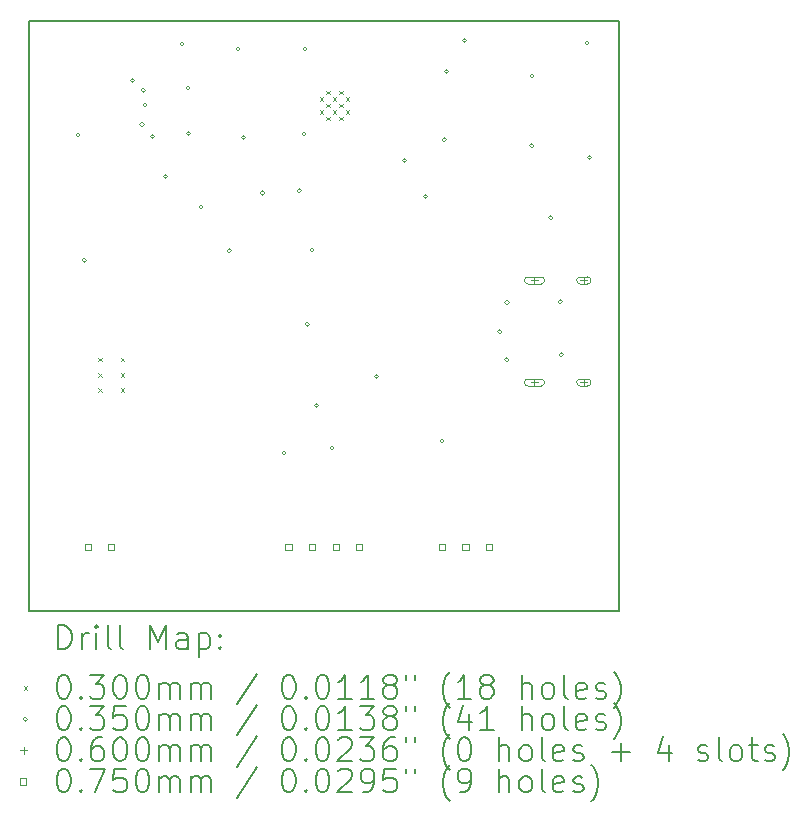
<source format=gbr>
%TF.GenerationSoftware,KiCad,Pcbnew,9.0.5*%
%TF.CreationDate,2025-10-15T09:52:21+02:00*%
%TF.ProjectId,KleverLogger,4b6c6576-6572-44c6-9f67-6765722e6b69,rev?*%
%TF.SameCoordinates,Original*%
%TF.FileFunction,Drillmap*%
%TF.FilePolarity,Positive*%
%FSLAX45Y45*%
G04 Gerber Fmt 4.5, Leading zero omitted, Abs format (unit mm)*
G04 Created by KiCad (PCBNEW 9.0.5) date 2025-10-15 09:52:21*
%MOMM*%
%LPD*%
G01*
G04 APERTURE LIST*
%ADD10C,0.200000*%
%ADD11C,0.100000*%
G04 APERTURE END LIST*
D10*
X6000000Y-9000000D02*
X11000000Y-9000000D01*
X11000000Y-14000000D01*
X6000000Y-14000000D01*
X6000000Y-9000000D01*
D11*
X6589500Y-11855000D02*
X6619500Y-11885000D01*
X6619500Y-11855000D02*
X6589500Y-11885000D01*
X6589500Y-11985000D02*
X6619500Y-12015000D01*
X6619500Y-11985000D02*
X6589500Y-12015000D01*
X6589500Y-12115000D02*
X6619500Y-12145000D01*
X6619500Y-12115000D02*
X6589500Y-12145000D01*
X6780500Y-11855000D02*
X6810500Y-11885000D01*
X6810500Y-11855000D02*
X6780500Y-11885000D01*
X6780500Y-11985000D02*
X6810500Y-12015000D01*
X6810500Y-11985000D02*
X6780500Y-12015000D01*
X6780500Y-12115000D02*
X6810500Y-12145000D01*
X6810500Y-12115000D02*
X6780500Y-12145000D01*
X8465000Y-9650000D02*
X8495000Y-9680000D01*
X8495000Y-9650000D02*
X8465000Y-9680000D01*
X8465000Y-9760000D02*
X8495000Y-9790000D01*
X8495000Y-9760000D02*
X8465000Y-9790000D01*
X8520000Y-9595000D02*
X8550000Y-9625000D01*
X8550000Y-9595000D02*
X8520000Y-9625000D01*
X8520000Y-9705000D02*
X8550000Y-9735000D01*
X8550000Y-9705000D02*
X8520000Y-9735000D01*
X8520000Y-9815000D02*
X8550000Y-9845000D01*
X8550000Y-9815000D02*
X8520000Y-9845000D01*
X8575000Y-9650000D02*
X8605000Y-9680000D01*
X8605000Y-9650000D02*
X8575000Y-9680000D01*
X8575000Y-9760000D02*
X8605000Y-9790000D01*
X8605000Y-9760000D02*
X8575000Y-9790000D01*
X8630000Y-9595000D02*
X8660000Y-9625000D01*
X8660000Y-9595000D02*
X8630000Y-9625000D01*
X8630000Y-9705000D02*
X8660000Y-9735000D01*
X8660000Y-9705000D02*
X8630000Y-9735000D01*
X8630000Y-9815000D02*
X8660000Y-9845000D01*
X8660000Y-9815000D02*
X8630000Y-9845000D01*
X8685000Y-9650000D02*
X8715000Y-9680000D01*
X8715000Y-9650000D02*
X8685000Y-9680000D01*
X8685000Y-9760000D02*
X8715000Y-9790000D01*
X8715000Y-9760000D02*
X8685000Y-9790000D01*
X6437500Y-9970000D02*
G75*
G02*
X6402500Y-9970000I-17500J0D01*
G01*
X6402500Y-9970000D02*
G75*
G02*
X6437500Y-9970000I17500J0D01*
G01*
X6487500Y-11030000D02*
G75*
G02*
X6452500Y-11030000I-17500J0D01*
G01*
X6452500Y-11030000D02*
G75*
G02*
X6487500Y-11030000I17500J0D01*
G01*
X6897500Y-9510000D02*
G75*
G02*
X6862500Y-9510000I-17500J0D01*
G01*
X6862500Y-9510000D02*
G75*
G02*
X6897500Y-9510000I17500J0D01*
G01*
X6977500Y-9880000D02*
G75*
G02*
X6942500Y-9880000I-17500J0D01*
G01*
X6942500Y-9880000D02*
G75*
G02*
X6977500Y-9880000I17500J0D01*
G01*
X6987500Y-9590000D02*
G75*
G02*
X6952500Y-9590000I-17500J0D01*
G01*
X6952500Y-9590000D02*
G75*
G02*
X6987500Y-9590000I17500J0D01*
G01*
X7002500Y-9715000D02*
G75*
G02*
X6967500Y-9715000I-17500J0D01*
G01*
X6967500Y-9715000D02*
G75*
G02*
X7002500Y-9715000I17500J0D01*
G01*
X7067500Y-9980000D02*
G75*
G02*
X7032500Y-9980000I-17500J0D01*
G01*
X7032500Y-9980000D02*
G75*
G02*
X7067500Y-9980000I17500J0D01*
G01*
X7177500Y-10320000D02*
G75*
G02*
X7142500Y-10320000I-17500J0D01*
G01*
X7142500Y-10320000D02*
G75*
G02*
X7177500Y-10320000I17500J0D01*
G01*
X7317500Y-9200000D02*
G75*
G02*
X7282500Y-9200000I-17500J0D01*
G01*
X7282500Y-9200000D02*
G75*
G02*
X7317500Y-9200000I17500J0D01*
G01*
X7367500Y-9570000D02*
G75*
G02*
X7332500Y-9570000I-17500J0D01*
G01*
X7332500Y-9570000D02*
G75*
G02*
X7367500Y-9570000I17500J0D01*
G01*
X7372500Y-9955000D02*
G75*
G02*
X7337500Y-9955000I-17500J0D01*
G01*
X7337500Y-9955000D02*
G75*
G02*
X7372500Y-9955000I17500J0D01*
G01*
X7477500Y-10580000D02*
G75*
G02*
X7442500Y-10580000I-17500J0D01*
G01*
X7442500Y-10580000D02*
G75*
G02*
X7477500Y-10580000I17500J0D01*
G01*
X7717500Y-10950000D02*
G75*
G02*
X7682500Y-10950000I-17500J0D01*
G01*
X7682500Y-10950000D02*
G75*
G02*
X7717500Y-10950000I17500J0D01*
G01*
X7787500Y-9240000D02*
G75*
G02*
X7752500Y-9240000I-17500J0D01*
G01*
X7752500Y-9240000D02*
G75*
G02*
X7787500Y-9240000I17500J0D01*
G01*
X7837500Y-9990000D02*
G75*
G02*
X7802500Y-9990000I-17500J0D01*
G01*
X7802500Y-9990000D02*
G75*
G02*
X7837500Y-9990000I17500J0D01*
G01*
X7997500Y-10460000D02*
G75*
G02*
X7962500Y-10460000I-17500J0D01*
G01*
X7962500Y-10460000D02*
G75*
G02*
X7997500Y-10460000I17500J0D01*
G01*
X8177500Y-12660000D02*
G75*
G02*
X8142500Y-12660000I-17500J0D01*
G01*
X8142500Y-12660000D02*
G75*
G02*
X8177500Y-12660000I17500J0D01*
G01*
X8307500Y-10440000D02*
G75*
G02*
X8272500Y-10440000I-17500J0D01*
G01*
X8272500Y-10440000D02*
G75*
G02*
X8307500Y-10440000I17500J0D01*
G01*
X8347500Y-9960000D02*
G75*
G02*
X8312500Y-9960000I-17500J0D01*
G01*
X8312500Y-9960000D02*
G75*
G02*
X8347500Y-9960000I17500J0D01*
G01*
X8357500Y-9240000D02*
G75*
G02*
X8322500Y-9240000I-17500J0D01*
G01*
X8322500Y-9240000D02*
G75*
G02*
X8357500Y-9240000I17500J0D01*
G01*
X8377500Y-11570000D02*
G75*
G02*
X8342500Y-11570000I-17500J0D01*
G01*
X8342500Y-11570000D02*
G75*
G02*
X8377500Y-11570000I17500J0D01*
G01*
X8417500Y-10940000D02*
G75*
G02*
X8382500Y-10940000I-17500J0D01*
G01*
X8382500Y-10940000D02*
G75*
G02*
X8417500Y-10940000I17500J0D01*
G01*
X8457500Y-12260000D02*
G75*
G02*
X8422500Y-12260000I-17500J0D01*
G01*
X8422500Y-12260000D02*
G75*
G02*
X8457500Y-12260000I17500J0D01*
G01*
X8587500Y-12620000D02*
G75*
G02*
X8552500Y-12620000I-17500J0D01*
G01*
X8552500Y-12620000D02*
G75*
G02*
X8587500Y-12620000I17500J0D01*
G01*
X8962500Y-12015000D02*
G75*
G02*
X8927500Y-12015000I-17500J0D01*
G01*
X8927500Y-12015000D02*
G75*
G02*
X8962500Y-12015000I17500J0D01*
G01*
X9202500Y-10185000D02*
G75*
G02*
X9167500Y-10185000I-17500J0D01*
G01*
X9167500Y-10185000D02*
G75*
G02*
X9202500Y-10185000I17500J0D01*
G01*
X9377500Y-10490000D02*
G75*
G02*
X9342500Y-10490000I-17500J0D01*
G01*
X9342500Y-10490000D02*
G75*
G02*
X9377500Y-10490000I17500J0D01*
G01*
X9517500Y-12560000D02*
G75*
G02*
X9482500Y-12560000I-17500J0D01*
G01*
X9482500Y-12560000D02*
G75*
G02*
X9517500Y-12560000I17500J0D01*
G01*
X9537500Y-10010000D02*
G75*
G02*
X9502500Y-10010000I-17500J0D01*
G01*
X9502500Y-10010000D02*
G75*
G02*
X9537500Y-10010000I17500J0D01*
G01*
X9557500Y-9430000D02*
G75*
G02*
X9522500Y-9430000I-17500J0D01*
G01*
X9522500Y-9430000D02*
G75*
G02*
X9557500Y-9430000I17500J0D01*
G01*
X9707500Y-9170000D02*
G75*
G02*
X9672500Y-9170000I-17500J0D01*
G01*
X9672500Y-9170000D02*
G75*
G02*
X9707500Y-9170000I17500J0D01*
G01*
X10007882Y-11633728D02*
G75*
G02*
X9972882Y-11633728I-17500J0D01*
G01*
X9972882Y-11633728D02*
G75*
G02*
X10007882Y-11633728I17500J0D01*
G01*
X10067500Y-11387000D02*
G75*
G02*
X10032500Y-11387000I-17500J0D01*
G01*
X10032500Y-11387000D02*
G75*
G02*
X10067500Y-11387000I17500J0D01*
G01*
X10067500Y-11870000D02*
G75*
G02*
X10032500Y-11870000I-17500J0D01*
G01*
X10032500Y-11870000D02*
G75*
G02*
X10067500Y-11870000I17500J0D01*
G01*
X10277500Y-9470000D02*
G75*
G02*
X10242500Y-9470000I-17500J0D01*
G01*
X10242500Y-9470000D02*
G75*
G02*
X10277500Y-9470000I17500J0D01*
G01*
X10277500Y-10060000D02*
G75*
G02*
X10242500Y-10060000I-17500J0D01*
G01*
X10242500Y-10060000D02*
G75*
G02*
X10277500Y-10060000I17500J0D01*
G01*
X10437500Y-10670000D02*
G75*
G02*
X10402500Y-10670000I-17500J0D01*
G01*
X10402500Y-10670000D02*
G75*
G02*
X10437500Y-10670000I17500J0D01*
G01*
X10517500Y-11380000D02*
G75*
G02*
X10482500Y-11380000I-17500J0D01*
G01*
X10482500Y-11380000D02*
G75*
G02*
X10517500Y-11380000I17500J0D01*
G01*
X10527500Y-11830000D02*
G75*
G02*
X10492500Y-11830000I-17500J0D01*
G01*
X10492500Y-11830000D02*
G75*
G02*
X10527500Y-11830000I17500J0D01*
G01*
X10747500Y-9190000D02*
G75*
G02*
X10712500Y-9190000I-17500J0D01*
G01*
X10712500Y-9190000D02*
G75*
G02*
X10747500Y-9190000I17500J0D01*
G01*
X10767500Y-10160000D02*
G75*
G02*
X10732500Y-10160000I-17500J0D01*
G01*
X10732500Y-10160000D02*
G75*
G02*
X10767500Y-10160000I17500J0D01*
G01*
X10282000Y-11170000D02*
X10282000Y-11230000D01*
X10252000Y-11200000D02*
X10312000Y-11200000D01*
X10227000Y-11230000D02*
X10337000Y-11230000D01*
X10337000Y-11170000D02*
G75*
G02*
X10337000Y-11230000I0J-30000D01*
G01*
X10337000Y-11170000D02*
X10227000Y-11170000D01*
X10227000Y-11170000D02*
G75*
G03*
X10227000Y-11230000I0J-30000D01*
G01*
X10282000Y-12034000D02*
X10282000Y-12094000D01*
X10252000Y-12064000D02*
X10312000Y-12064000D01*
X10227000Y-12094000D02*
X10337000Y-12094000D01*
X10337000Y-12034000D02*
G75*
G02*
X10337000Y-12094000I0J-30000D01*
G01*
X10337000Y-12034000D02*
X10227000Y-12034000D01*
X10227000Y-12034000D02*
G75*
G03*
X10227000Y-12094000I0J-30000D01*
G01*
X10700000Y-11170000D02*
X10700000Y-11230000D01*
X10670000Y-11200000D02*
X10730000Y-11200000D01*
X10670000Y-11230000D02*
X10730000Y-11230000D01*
X10730000Y-11170000D02*
G75*
G02*
X10730000Y-11230000I0J-30000D01*
G01*
X10730000Y-11170000D02*
X10670000Y-11170000D01*
X10670000Y-11170000D02*
G75*
G03*
X10670000Y-11230000I0J-30000D01*
G01*
X10700000Y-12034000D02*
X10700000Y-12094000D01*
X10670000Y-12064000D02*
X10730000Y-12064000D01*
X10670000Y-12094000D02*
X10730000Y-12094000D01*
X10730000Y-12034000D02*
G75*
G02*
X10730000Y-12094000I0J-30000D01*
G01*
X10730000Y-12034000D02*
X10670000Y-12034000D01*
X10670000Y-12034000D02*
G75*
G03*
X10670000Y-12094000I0J-30000D01*
G01*
X6526517Y-13481517D02*
X6526517Y-13428483D01*
X6473483Y-13428483D01*
X6473483Y-13481517D01*
X6526517Y-13481517D01*
X6726517Y-13481517D02*
X6726517Y-13428483D01*
X6673483Y-13428483D01*
X6673483Y-13481517D01*
X6726517Y-13481517D01*
X8226517Y-13481517D02*
X8226517Y-13428483D01*
X8173483Y-13428483D01*
X8173483Y-13481517D01*
X8226517Y-13481517D01*
X8426517Y-13481517D02*
X8426517Y-13428483D01*
X8373483Y-13428483D01*
X8373483Y-13481517D01*
X8426517Y-13481517D01*
X8626517Y-13481517D02*
X8626517Y-13428483D01*
X8573483Y-13428483D01*
X8573483Y-13481517D01*
X8626517Y-13481517D01*
X8826517Y-13481517D02*
X8826517Y-13428483D01*
X8773483Y-13428483D01*
X8773483Y-13481517D01*
X8826517Y-13481517D01*
X9526517Y-13481517D02*
X9526517Y-13428483D01*
X9473483Y-13428483D01*
X9473483Y-13481517D01*
X9526517Y-13481517D01*
X9726517Y-13481517D02*
X9726517Y-13428483D01*
X9673483Y-13428483D01*
X9673483Y-13481517D01*
X9726517Y-13481517D01*
X9926517Y-13481517D02*
X9926517Y-13428483D01*
X9873483Y-13428483D01*
X9873483Y-13481517D01*
X9926517Y-13481517D01*
D10*
X6250777Y-14321484D02*
X6250777Y-14121484D01*
X6250777Y-14121484D02*
X6298396Y-14121484D01*
X6298396Y-14121484D02*
X6326967Y-14131008D01*
X6326967Y-14131008D02*
X6346015Y-14150055D01*
X6346015Y-14150055D02*
X6355539Y-14169103D01*
X6355539Y-14169103D02*
X6365062Y-14207198D01*
X6365062Y-14207198D02*
X6365062Y-14235769D01*
X6365062Y-14235769D02*
X6355539Y-14273865D01*
X6355539Y-14273865D02*
X6346015Y-14292912D01*
X6346015Y-14292912D02*
X6326967Y-14311960D01*
X6326967Y-14311960D02*
X6298396Y-14321484D01*
X6298396Y-14321484D02*
X6250777Y-14321484D01*
X6450777Y-14321484D02*
X6450777Y-14188150D01*
X6450777Y-14226246D02*
X6460301Y-14207198D01*
X6460301Y-14207198D02*
X6469824Y-14197674D01*
X6469824Y-14197674D02*
X6488872Y-14188150D01*
X6488872Y-14188150D02*
X6507920Y-14188150D01*
X6574586Y-14321484D02*
X6574586Y-14188150D01*
X6574586Y-14121484D02*
X6565062Y-14131008D01*
X6565062Y-14131008D02*
X6574586Y-14140531D01*
X6574586Y-14140531D02*
X6584110Y-14131008D01*
X6584110Y-14131008D02*
X6574586Y-14121484D01*
X6574586Y-14121484D02*
X6574586Y-14140531D01*
X6698396Y-14321484D02*
X6679348Y-14311960D01*
X6679348Y-14311960D02*
X6669824Y-14292912D01*
X6669824Y-14292912D02*
X6669824Y-14121484D01*
X6803158Y-14321484D02*
X6784110Y-14311960D01*
X6784110Y-14311960D02*
X6774586Y-14292912D01*
X6774586Y-14292912D02*
X6774586Y-14121484D01*
X7031729Y-14321484D02*
X7031729Y-14121484D01*
X7031729Y-14121484D02*
X7098396Y-14264341D01*
X7098396Y-14264341D02*
X7165062Y-14121484D01*
X7165062Y-14121484D02*
X7165062Y-14321484D01*
X7346015Y-14321484D02*
X7346015Y-14216722D01*
X7346015Y-14216722D02*
X7336491Y-14197674D01*
X7336491Y-14197674D02*
X7317443Y-14188150D01*
X7317443Y-14188150D02*
X7279348Y-14188150D01*
X7279348Y-14188150D02*
X7260301Y-14197674D01*
X7346015Y-14311960D02*
X7326967Y-14321484D01*
X7326967Y-14321484D02*
X7279348Y-14321484D01*
X7279348Y-14321484D02*
X7260301Y-14311960D01*
X7260301Y-14311960D02*
X7250777Y-14292912D01*
X7250777Y-14292912D02*
X7250777Y-14273865D01*
X7250777Y-14273865D02*
X7260301Y-14254817D01*
X7260301Y-14254817D02*
X7279348Y-14245293D01*
X7279348Y-14245293D02*
X7326967Y-14245293D01*
X7326967Y-14245293D02*
X7346015Y-14235769D01*
X7441253Y-14188150D02*
X7441253Y-14388150D01*
X7441253Y-14197674D02*
X7460301Y-14188150D01*
X7460301Y-14188150D02*
X7498396Y-14188150D01*
X7498396Y-14188150D02*
X7517443Y-14197674D01*
X7517443Y-14197674D02*
X7526967Y-14207198D01*
X7526967Y-14207198D02*
X7536491Y-14226246D01*
X7536491Y-14226246D02*
X7536491Y-14283388D01*
X7536491Y-14283388D02*
X7526967Y-14302436D01*
X7526967Y-14302436D02*
X7517443Y-14311960D01*
X7517443Y-14311960D02*
X7498396Y-14321484D01*
X7498396Y-14321484D02*
X7460301Y-14321484D01*
X7460301Y-14321484D02*
X7441253Y-14311960D01*
X7622205Y-14302436D02*
X7631729Y-14311960D01*
X7631729Y-14311960D02*
X7622205Y-14321484D01*
X7622205Y-14321484D02*
X7612682Y-14311960D01*
X7612682Y-14311960D02*
X7622205Y-14302436D01*
X7622205Y-14302436D02*
X7622205Y-14321484D01*
X7622205Y-14197674D02*
X7631729Y-14207198D01*
X7631729Y-14207198D02*
X7622205Y-14216722D01*
X7622205Y-14216722D02*
X7612682Y-14207198D01*
X7612682Y-14207198D02*
X7622205Y-14197674D01*
X7622205Y-14197674D02*
X7622205Y-14216722D01*
D11*
X5960000Y-14635000D02*
X5990000Y-14665000D01*
X5990000Y-14635000D02*
X5960000Y-14665000D01*
D10*
X6288872Y-14541484D02*
X6307920Y-14541484D01*
X6307920Y-14541484D02*
X6326967Y-14551008D01*
X6326967Y-14551008D02*
X6336491Y-14560531D01*
X6336491Y-14560531D02*
X6346015Y-14579579D01*
X6346015Y-14579579D02*
X6355539Y-14617674D01*
X6355539Y-14617674D02*
X6355539Y-14665293D01*
X6355539Y-14665293D02*
X6346015Y-14703388D01*
X6346015Y-14703388D02*
X6336491Y-14722436D01*
X6336491Y-14722436D02*
X6326967Y-14731960D01*
X6326967Y-14731960D02*
X6307920Y-14741484D01*
X6307920Y-14741484D02*
X6288872Y-14741484D01*
X6288872Y-14741484D02*
X6269824Y-14731960D01*
X6269824Y-14731960D02*
X6260301Y-14722436D01*
X6260301Y-14722436D02*
X6250777Y-14703388D01*
X6250777Y-14703388D02*
X6241253Y-14665293D01*
X6241253Y-14665293D02*
X6241253Y-14617674D01*
X6241253Y-14617674D02*
X6250777Y-14579579D01*
X6250777Y-14579579D02*
X6260301Y-14560531D01*
X6260301Y-14560531D02*
X6269824Y-14551008D01*
X6269824Y-14551008D02*
X6288872Y-14541484D01*
X6441253Y-14722436D02*
X6450777Y-14731960D01*
X6450777Y-14731960D02*
X6441253Y-14741484D01*
X6441253Y-14741484D02*
X6431729Y-14731960D01*
X6431729Y-14731960D02*
X6441253Y-14722436D01*
X6441253Y-14722436D02*
X6441253Y-14741484D01*
X6517443Y-14541484D02*
X6641253Y-14541484D01*
X6641253Y-14541484D02*
X6574586Y-14617674D01*
X6574586Y-14617674D02*
X6603158Y-14617674D01*
X6603158Y-14617674D02*
X6622205Y-14627198D01*
X6622205Y-14627198D02*
X6631729Y-14636722D01*
X6631729Y-14636722D02*
X6641253Y-14655769D01*
X6641253Y-14655769D02*
X6641253Y-14703388D01*
X6641253Y-14703388D02*
X6631729Y-14722436D01*
X6631729Y-14722436D02*
X6622205Y-14731960D01*
X6622205Y-14731960D02*
X6603158Y-14741484D01*
X6603158Y-14741484D02*
X6546015Y-14741484D01*
X6546015Y-14741484D02*
X6526967Y-14731960D01*
X6526967Y-14731960D02*
X6517443Y-14722436D01*
X6765062Y-14541484D02*
X6784110Y-14541484D01*
X6784110Y-14541484D02*
X6803158Y-14551008D01*
X6803158Y-14551008D02*
X6812682Y-14560531D01*
X6812682Y-14560531D02*
X6822205Y-14579579D01*
X6822205Y-14579579D02*
X6831729Y-14617674D01*
X6831729Y-14617674D02*
X6831729Y-14665293D01*
X6831729Y-14665293D02*
X6822205Y-14703388D01*
X6822205Y-14703388D02*
X6812682Y-14722436D01*
X6812682Y-14722436D02*
X6803158Y-14731960D01*
X6803158Y-14731960D02*
X6784110Y-14741484D01*
X6784110Y-14741484D02*
X6765062Y-14741484D01*
X6765062Y-14741484D02*
X6746015Y-14731960D01*
X6746015Y-14731960D02*
X6736491Y-14722436D01*
X6736491Y-14722436D02*
X6726967Y-14703388D01*
X6726967Y-14703388D02*
X6717443Y-14665293D01*
X6717443Y-14665293D02*
X6717443Y-14617674D01*
X6717443Y-14617674D02*
X6726967Y-14579579D01*
X6726967Y-14579579D02*
X6736491Y-14560531D01*
X6736491Y-14560531D02*
X6746015Y-14551008D01*
X6746015Y-14551008D02*
X6765062Y-14541484D01*
X6955539Y-14541484D02*
X6974586Y-14541484D01*
X6974586Y-14541484D02*
X6993634Y-14551008D01*
X6993634Y-14551008D02*
X7003158Y-14560531D01*
X7003158Y-14560531D02*
X7012682Y-14579579D01*
X7012682Y-14579579D02*
X7022205Y-14617674D01*
X7022205Y-14617674D02*
X7022205Y-14665293D01*
X7022205Y-14665293D02*
X7012682Y-14703388D01*
X7012682Y-14703388D02*
X7003158Y-14722436D01*
X7003158Y-14722436D02*
X6993634Y-14731960D01*
X6993634Y-14731960D02*
X6974586Y-14741484D01*
X6974586Y-14741484D02*
X6955539Y-14741484D01*
X6955539Y-14741484D02*
X6936491Y-14731960D01*
X6936491Y-14731960D02*
X6926967Y-14722436D01*
X6926967Y-14722436D02*
X6917443Y-14703388D01*
X6917443Y-14703388D02*
X6907920Y-14665293D01*
X6907920Y-14665293D02*
X6907920Y-14617674D01*
X6907920Y-14617674D02*
X6917443Y-14579579D01*
X6917443Y-14579579D02*
X6926967Y-14560531D01*
X6926967Y-14560531D02*
X6936491Y-14551008D01*
X6936491Y-14551008D02*
X6955539Y-14541484D01*
X7107920Y-14741484D02*
X7107920Y-14608150D01*
X7107920Y-14627198D02*
X7117443Y-14617674D01*
X7117443Y-14617674D02*
X7136491Y-14608150D01*
X7136491Y-14608150D02*
X7165063Y-14608150D01*
X7165063Y-14608150D02*
X7184110Y-14617674D01*
X7184110Y-14617674D02*
X7193634Y-14636722D01*
X7193634Y-14636722D02*
X7193634Y-14741484D01*
X7193634Y-14636722D02*
X7203158Y-14617674D01*
X7203158Y-14617674D02*
X7222205Y-14608150D01*
X7222205Y-14608150D02*
X7250777Y-14608150D01*
X7250777Y-14608150D02*
X7269824Y-14617674D01*
X7269824Y-14617674D02*
X7279348Y-14636722D01*
X7279348Y-14636722D02*
X7279348Y-14741484D01*
X7374586Y-14741484D02*
X7374586Y-14608150D01*
X7374586Y-14627198D02*
X7384110Y-14617674D01*
X7384110Y-14617674D02*
X7403158Y-14608150D01*
X7403158Y-14608150D02*
X7431729Y-14608150D01*
X7431729Y-14608150D02*
X7450777Y-14617674D01*
X7450777Y-14617674D02*
X7460301Y-14636722D01*
X7460301Y-14636722D02*
X7460301Y-14741484D01*
X7460301Y-14636722D02*
X7469824Y-14617674D01*
X7469824Y-14617674D02*
X7488872Y-14608150D01*
X7488872Y-14608150D02*
X7517443Y-14608150D01*
X7517443Y-14608150D02*
X7536491Y-14617674D01*
X7536491Y-14617674D02*
X7546015Y-14636722D01*
X7546015Y-14636722D02*
X7546015Y-14741484D01*
X7936491Y-14531960D02*
X7765063Y-14789103D01*
X8193634Y-14541484D02*
X8212682Y-14541484D01*
X8212682Y-14541484D02*
X8231729Y-14551008D01*
X8231729Y-14551008D02*
X8241253Y-14560531D01*
X8241253Y-14560531D02*
X8250777Y-14579579D01*
X8250777Y-14579579D02*
X8260301Y-14617674D01*
X8260301Y-14617674D02*
X8260301Y-14665293D01*
X8260301Y-14665293D02*
X8250777Y-14703388D01*
X8250777Y-14703388D02*
X8241253Y-14722436D01*
X8241253Y-14722436D02*
X8231729Y-14731960D01*
X8231729Y-14731960D02*
X8212682Y-14741484D01*
X8212682Y-14741484D02*
X8193634Y-14741484D01*
X8193634Y-14741484D02*
X8174586Y-14731960D01*
X8174586Y-14731960D02*
X8165063Y-14722436D01*
X8165063Y-14722436D02*
X8155539Y-14703388D01*
X8155539Y-14703388D02*
X8146015Y-14665293D01*
X8146015Y-14665293D02*
X8146015Y-14617674D01*
X8146015Y-14617674D02*
X8155539Y-14579579D01*
X8155539Y-14579579D02*
X8165063Y-14560531D01*
X8165063Y-14560531D02*
X8174586Y-14551008D01*
X8174586Y-14551008D02*
X8193634Y-14541484D01*
X8346015Y-14722436D02*
X8355539Y-14731960D01*
X8355539Y-14731960D02*
X8346015Y-14741484D01*
X8346015Y-14741484D02*
X8336491Y-14731960D01*
X8336491Y-14731960D02*
X8346015Y-14722436D01*
X8346015Y-14722436D02*
X8346015Y-14741484D01*
X8479348Y-14541484D02*
X8498396Y-14541484D01*
X8498396Y-14541484D02*
X8517444Y-14551008D01*
X8517444Y-14551008D02*
X8526968Y-14560531D01*
X8526968Y-14560531D02*
X8536491Y-14579579D01*
X8536491Y-14579579D02*
X8546015Y-14617674D01*
X8546015Y-14617674D02*
X8546015Y-14665293D01*
X8546015Y-14665293D02*
X8536491Y-14703388D01*
X8536491Y-14703388D02*
X8526968Y-14722436D01*
X8526968Y-14722436D02*
X8517444Y-14731960D01*
X8517444Y-14731960D02*
X8498396Y-14741484D01*
X8498396Y-14741484D02*
X8479348Y-14741484D01*
X8479348Y-14741484D02*
X8460301Y-14731960D01*
X8460301Y-14731960D02*
X8450777Y-14722436D01*
X8450777Y-14722436D02*
X8441253Y-14703388D01*
X8441253Y-14703388D02*
X8431729Y-14665293D01*
X8431729Y-14665293D02*
X8431729Y-14617674D01*
X8431729Y-14617674D02*
X8441253Y-14579579D01*
X8441253Y-14579579D02*
X8450777Y-14560531D01*
X8450777Y-14560531D02*
X8460301Y-14551008D01*
X8460301Y-14551008D02*
X8479348Y-14541484D01*
X8736491Y-14741484D02*
X8622206Y-14741484D01*
X8679348Y-14741484D02*
X8679348Y-14541484D01*
X8679348Y-14541484D02*
X8660301Y-14570055D01*
X8660301Y-14570055D02*
X8641253Y-14589103D01*
X8641253Y-14589103D02*
X8622206Y-14598627D01*
X8926968Y-14741484D02*
X8812682Y-14741484D01*
X8869825Y-14741484D02*
X8869825Y-14541484D01*
X8869825Y-14541484D02*
X8850777Y-14570055D01*
X8850777Y-14570055D02*
X8831729Y-14589103D01*
X8831729Y-14589103D02*
X8812682Y-14598627D01*
X9041253Y-14627198D02*
X9022206Y-14617674D01*
X9022206Y-14617674D02*
X9012682Y-14608150D01*
X9012682Y-14608150D02*
X9003158Y-14589103D01*
X9003158Y-14589103D02*
X9003158Y-14579579D01*
X9003158Y-14579579D02*
X9012682Y-14560531D01*
X9012682Y-14560531D02*
X9022206Y-14551008D01*
X9022206Y-14551008D02*
X9041253Y-14541484D01*
X9041253Y-14541484D02*
X9079349Y-14541484D01*
X9079349Y-14541484D02*
X9098396Y-14551008D01*
X9098396Y-14551008D02*
X9107920Y-14560531D01*
X9107920Y-14560531D02*
X9117444Y-14579579D01*
X9117444Y-14579579D02*
X9117444Y-14589103D01*
X9117444Y-14589103D02*
X9107920Y-14608150D01*
X9107920Y-14608150D02*
X9098396Y-14617674D01*
X9098396Y-14617674D02*
X9079349Y-14627198D01*
X9079349Y-14627198D02*
X9041253Y-14627198D01*
X9041253Y-14627198D02*
X9022206Y-14636722D01*
X9022206Y-14636722D02*
X9012682Y-14646246D01*
X9012682Y-14646246D02*
X9003158Y-14665293D01*
X9003158Y-14665293D02*
X9003158Y-14703388D01*
X9003158Y-14703388D02*
X9012682Y-14722436D01*
X9012682Y-14722436D02*
X9022206Y-14731960D01*
X9022206Y-14731960D02*
X9041253Y-14741484D01*
X9041253Y-14741484D02*
X9079349Y-14741484D01*
X9079349Y-14741484D02*
X9098396Y-14731960D01*
X9098396Y-14731960D02*
X9107920Y-14722436D01*
X9107920Y-14722436D02*
X9117444Y-14703388D01*
X9117444Y-14703388D02*
X9117444Y-14665293D01*
X9117444Y-14665293D02*
X9107920Y-14646246D01*
X9107920Y-14646246D02*
X9098396Y-14636722D01*
X9098396Y-14636722D02*
X9079349Y-14627198D01*
X9193634Y-14541484D02*
X9193634Y-14579579D01*
X9269825Y-14541484D02*
X9269825Y-14579579D01*
X9565063Y-14817674D02*
X9555539Y-14808150D01*
X9555539Y-14808150D02*
X9536491Y-14779579D01*
X9536491Y-14779579D02*
X9526968Y-14760531D01*
X9526968Y-14760531D02*
X9517444Y-14731960D01*
X9517444Y-14731960D02*
X9507920Y-14684341D01*
X9507920Y-14684341D02*
X9507920Y-14646246D01*
X9507920Y-14646246D02*
X9517444Y-14598627D01*
X9517444Y-14598627D02*
X9526968Y-14570055D01*
X9526968Y-14570055D02*
X9536491Y-14551008D01*
X9536491Y-14551008D02*
X9555539Y-14522436D01*
X9555539Y-14522436D02*
X9565063Y-14512912D01*
X9746015Y-14741484D02*
X9631730Y-14741484D01*
X9688872Y-14741484D02*
X9688872Y-14541484D01*
X9688872Y-14541484D02*
X9669825Y-14570055D01*
X9669825Y-14570055D02*
X9650777Y-14589103D01*
X9650777Y-14589103D02*
X9631730Y-14598627D01*
X9860301Y-14627198D02*
X9841253Y-14617674D01*
X9841253Y-14617674D02*
X9831730Y-14608150D01*
X9831730Y-14608150D02*
X9822206Y-14589103D01*
X9822206Y-14589103D02*
X9822206Y-14579579D01*
X9822206Y-14579579D02*
X9831730Y-14560531D01*
X9831730Y-14560531D02*
X9841253Y-14551008D01*
X9841253Y-14551008D02*
X9860301Y-14541484D01*
X9860301Y-14541484D02*
X9898396Y-14541484D01*
X9898396Y-14541484D02*
X9917444Y-14551008D01*
X9917444Y-14551008D02*
X9926968Y-14560531D01*
X9926968Y-14560531D02*
X9936491Y-14579579D01*
X9936491Y-14579579D02*
X9936491Y-14589103D01*
X9936491Y-14589103D02*
X9926968Y-14608150D01*
X9926968Y-14608150D02*
X9917444Y-14617674D01*
X9917444Y-14617674D02*
X9898396Y-14627198D01*
X9898396Y-14627198D02*
X9860301Y-14627198D01*
X9860301Y-14627198D02*
X9841253Y-14636722D01*
X9841253Y-14636722D02*
X9831730Y-14646246D01*
X9831730Y-14646246D02*
X9822206Y-14665293D01*
X9822206Y-14665293D02*
X9822206Y-14703388D01*
X9822206Y-14703388D02*
X9831730Y-14722436D01*
X9831730Y-14722436D02*
X9841253Y-14731960D01*
X9841253Y-14731960D02*
X9860301Y-14741484D01*
X9860301Y-14741484D02*
X9898396Y-14741484D01*
X9898396Y-14741484D02*
X9917444Y-14731960D01*
X9917444Y-14731960D02*
X9926968Y-14722436D01*
X9926968Y-14722436D02*
X9936491Y-14703388D01*
X9936491Y-14703388D02*
X9936491Y-14665293D01*
X9936491Y-14665293D02*
X9926968Y-14646246D01*
X9926968Y-14646246D02*
X9917444Y-14636722D01*
X9917444Y-14636722D02*
X9898396Y-14627198D01*
X10174587Y-14741484D02*
X10174587Y-14541484D01*
X10260301Y-14741484D02*
X10260301Y-14636722D01*
X10260301Y-14636722D02*
X10250777Y-14617674D01*
X10250777Y-14617674D02*
X10231730Y-14608150D01*
X10231730Y-14608150D02*
X10203158Y-14608150D01*
X10203158Y-14608150D02*
X10184111Y-14617674D01*
X10184111Y-14617674D02*
X10174587Y-14627198D01*
X10384111Y-14741484D02*
X10365063Y-14731960D01*
X10365063Y-14731960D02*
X10355539Y-14722436D01*
X10355539Y-14722436D02*
X10346015Y-14703388D01*
X10346015Y-14703388D02*
X10346015Y-14646246D01*
X10346015Y-14646246D02*
X10355539Y-14627198D01*
X10355539Y-14627198D02*
X10365063Y-14617674D01*
X10365063Y-14617674D02*
X10384111Y-14608150D01*
X10384111Y-14608150D02*
X10412682Y-14608150D01*
X10412682Y-14608150D02*
X10431730Y-14617674D01*
X10431730Y-14617674D02*
X10441253Y-14627198D01*
X10441253Y-14627198D02*
X10450777Y-14646246D01*
X10450777Y-14646246D02*
X10450777Y-14703388D01*
X10450777Y-14703388D02*
X10441253Y-14722436D01*
X10441253Y-14722436D02*
X10431730Y-14731960D01*
X10431730Y-14731960D02*
X10412682Y-14741484D01*
X10412682Y-14741484D02*
X10384111Y-14741484D01*
X10565063Y-14741484D02*
X10546015Y-14731960D01*
X10546015Y-14731960D02*
X10536492Y-14712912D01*
X10536492Y-14712912D02*
X10536492Y-14541484D01*
X10717444Y-14731960D02*
X10698396Y-14741484D01*
X10698396Y-14741484D02*
X10660301Y-14741484D01*
X10660301Y-14741484D02*
X10641253Y-14731960D01*
X10641253Y-14731960D02*
X10631730Y-14712912D01*
X10631730Y-14712912D02*
X10631730Y-14636722D01*
X10631730Y-14636722D02*
X10641253Y-14617674D01*
X10641253Y-14617674D02*
X10660301Y-14608150D01*
X10660301Y-14608150D02*
X10698396Y-14608150D01*
X10698396Y-14608150D02*
X10717444Y-14617674D01*
X10717444Y-14617674D02*
X10726968Y-14636722D01*
X10726968Y-14636722D02*
X10726968Y-14655769D01*
X10726968Y-14655769D02*
X10631730Y-14674817D01*
X10803158Y-14731960D02*
X10822206Y-14741484D01*
X10822206Y-14741484D02*
X10860301Y-14741484D01*
X10860301Y-14741484D02*
X10879349Y-14731960D01*
X10879349Y-14731960D02*
X10888873Y-14712912D01*
X10888873Y-14712912D02*
X10888873Y-14703388D01*
X10888873Y-14703388D02*
X10879349Y-14684341D01*
X10879349Y-14684341D02*
X10860301Y-14674817D01*
X10860301Y-14674817D02*
X10831730Y-14674817D01*
X10831730Y-14674817D02*
X10812682Y-14665293D01*
X10812682Y-14665293D02*
X10803158Y-14646246D01*
X10803158Y-14646246D02*
X10803158Y-14636722D01*
X10803158Y-14636722D02*
X10812682Y-14617674D01*
X10812682Y-14617674D02*
X10831730Y-14608150D01*
X10831730Y-14608150D02*
X10860301Y-14608150D01*
X10860301Y-14608150D02*
X10879349Y-14617674D01*
X10955539Y-14817674D02*
X10965063Y-14808150D01*
X10965063Y-14808150D02*
X10984111Y-14779579D01*
X10984111Y-14779579D02*
X10993634Y-14760531D01*
X10993634Y-14760531D02*
X11003158Y-14731960D01*
X11003158Y-14731960D02*
X11012682Y-14684341D01*
X11012682Y-14684341D02*
X11012682Y-14646246D01*
X11012682Y-14646246D02*
X11003158Y-14598627D01*
X11003158Y-14598627D02*
X10993634Y-14570055D01*
X10993634Y-14570055D02*
X10984111Y-14551008D01*
X10984111Y-14551008D02*
X10965063Y-14522436D01*
X10965063Y-14522436D02*
X10955539Y-14512912D01*
D11*
X5990000Y-14914000D02*
G75*
G02*
X5955000Y-14914000I-17500J0D01*
G01*
X5955000Y-14914000D02*
G75*
G02*
X5990000Y-14914000I17500J0D01*
G01*
D10*
X6288872Y-14805484D02*
X6307920Y-14805484D01*
X6307920Y-14805484D02*
X6326967Y-14815008D01*
X6326967Y-14815008D02*
X6336491Y-14824531D01*
X6336491Y-14824531D02*
X6346015Y-14843579D01*
X6346015Y-14843579D02*
X6355539Y-14881674D01*
X6355539Y-14881674D02*
X6355539Y-14929293D01*
X6355539Y-14929293D02*
X6346015Y-14967388D01*
X6346015Y-14967388D02*
X6336491Y-14986436D01*
X6336491Y-14986436D02*
X6326967Y-14995960D01*
X6326967Y-14995960D02*
X6307920Y-15005484D01*
X6307920Y-15005484D02*
X6288872Y-15005484D01*
X6288872Y-15005484D02*
X6269824Y-14995960D01*
X6269824Y-14995960D02*
X6260301Y-14986436D01*
X6260301Y-14986436D02*
X6250777Y-14967388D01*
X6250777Y-14967388D02*
X6241253Y-14929293D01*
X6241253Y-14929293D02*
X6241253Y-14881674D01*
X6241253Y-14881674D02*
X6250777Y-14843579D01*
X6250777Y-14843579D02*
X6260301Y-14824531D01*
X6260301Y-14824531D02*
X6269824Y-14815008D01*
X6269824Y-14815008D02*
X6288872Y-14805484D01*
X6441253Y-14986436D02*
X6450777Y-14995960D01*
X6450777Y-14995960D02*
X6441253Y-15005484D01*
X6441253Y-15005484D02*
X6431729Y-14995960D01*
X6431729Y-14995960D02*
X6441253Y-14986436D01*
X6441253Y-14986436D02*
X6441253Y-15005484D01*
X6517443Y-14805484D02*
X6641253Y-14805484D01*
X6641253Y-14805484D02*
X6574586Y-14881674D01*
X6574586Y-14881674D02*
X6603158Y-14881674D01*
X6603158Y-14881674D02*
X6622205Y-14891198D01*
X6622205Y-14891198D02*
X6631729Y-14900722D01*
X6631729Y-14900722D02*
X6641253Y-14919769D01*
X6641253Y-14919769D02*
X6641253Y-14967388D01*
X6641253Y-14967388D02*
X6631729Y-14986436D01*
X6631729Y-14986436D02*
X6622205Y-14995960D01*
X6622205Y-14995960D02*
X6603158Y-15005484D01*
X6603158Y-15005484D02*
X6546015Y-15005484D01*
X6546015Y-15005484D02*
X6526967Y-14995960D01*
X6526967Y-14995960D02*
X6517443Y-14986436D01*
X6822205Y-14805484D02*
X6726967Y-14805484D01*
X6726967Y-14805484D02*
X6717443Y-14900722D01*
X6717443Y-14900722D02*
X6726967Y-14891198D01*
X6726967Y-14891198D02*
X6746015Y-14881674D01*
X6746015Y-14881674D02*
X6793634Y-14881674D01*
X6793634Y-14881674D02*
X6812682Y-14891198D01*
X6812682Y-14891198D02*
X6822205Y-14900722D01*
X6822205Y-14900722D02*
X6831729Y-14919769D01*
X6831729Y-14919769D02*
X6831729Y-14967388D01*
X6831729Y-14967388D02*
X6822205Y-14986436D01*
X6822205Y-14986436D02*
X6812682Y-14995960D01*
X6812682Y-14995960D02*
X6793634Y-15005484D01*
X6793634Y-15005484D02*
X6746015Y-15005484D01*
X6746015Y-15005484D02*
X6726967Y-14995960D01*
X6726967Y-14995960D02*
X6717443Y-14986436D01*
X6955539Y-14805484D02*
X6974586Y-14805484D01*
X6974586Y-14805484D02*
X6993634Y-14815008D01*
X6993634Y-14815008D02*
X7003158Y-14824531D01*
X7003158Y-14824531D02*
X7012682Y-14843579D01*
X7012682Y-14843579D02*
X7022205Y-14881674D01*
X7022205Y-14881674D02*
X7022205Y-14929293D01*
X7022205Y-14929293D02*
X7012682Y-14967388D01*
X7012682Y-14967388D02*
X7003158Y-14986436D01*
X7003158Y-14986436D02*
X6993634Y-14995960D01*
X6993634Y-14995960D02*
X6974586Y-15005484D01*
X6974586Y-15005484D02*
X6955539Y-15005484D01*
X6955539Y-15005484D02*
X6936491Y-14995960D01*
X6936491Y-14995960D02*
X6926967Y-14986436D01*
X6926967Y-14986436D02*
X6917443Y-14967388D01*
X6917443Y-14967388D02*
X6907920Y-14929293D01*
X6907920Y-14929293D02*
X6907920Y-14881674D01*
X6907920Y-14881674D02*
X6917443Y-14843579D01*
X6917443Y-14843579D02*
X6926967Y-14824531D01*
X6926967Y-14824531D02*
X6936491Y-14815008D01*
X6936491Y-14815008D02*
X6955539Y-14805484D01*
X7107920Y-15005484D02*
X7107920Y-14872150D01*
X7107920Y-14891198D02*
X7117443Y-14881674D01*
X7117443Y-14881674D02*
X7136491Y-14872150D01*
X7136491Y-14872150D02*
X7165063Y-14872150D01*
X7165063Y-14872150D02*
X7184110Y-14881674D01*
X7184110Y-14881674D02*
X7193634Y-14900722D01*
X7193634Y-14900722D02*
X7193634Y-15005484D01*
X7193634Y-14900722D02*
X7203158Y-14881674D01*
X7203158Y-14881674D02*
X7222205Y-14872150D01*
X7222205Y-14872150D02*
X7250777Y-14872150D01*
X7250777Y-14872150D02*
X7269824Y-14881674D01*
X7269824Y-14881674D02*
X7279348Y-14900722D01*
X7279348Y-14900722D02*
X7279348Y-15005484D01*
X7374586Y-15005484D02*
X7374586Y-14872150D01*
X7374586Y-14891198D02*
X7384110Y-14881674D01*
X7384110Y-14881674D02*
X7403158Y-14872150D01*
X7403158Y-14872150D02*
X7431729Y-14872150D01*
X7431729Y-14872150D02*
X7450777Y-14881674D01*
X7450777Y-14881674D02*
X7460301Y-14900722D01*
X7460301Y-14900722D02*
X7460301Y-15005484D01*
X7460301Y-14900722D02*
X7469824Y-14881674D01*
X7469824Y-14881674D02*
X7488872Y-14872150D01*
X7488872Y-14872150D02*
X7517443Y-14872150D01*
X7517443Y-14872150D02*
X7536491Y-14881674D01*
X7536491Y-14881674D02*
X7546015Y-14900722D01*
X7546015Y-14900722D02*
X7546015Y-15005484D01*
X7936491Y-14795960D02*
X7765063Y-15053103D01*
X8193634Y-14805484D02*
X8212682Y-14805484D01*
X8212682Y-14805484D02*
X8231729Y-14815008D01*
X8231729Y-14815008D02*
X8241253Y-14824531D01*
X8241253Y-14824531D02*
X8250777Y-14843579D01*
X8250777Y-14843579D02*
X8260301Y-14881674D01*
X8260301Y-14881674D02*
X8260301Y-14929293D01*
X8260301Y-14929293D02*
X8250777Y-14967388D01*
X8250777Y-14967388D02*
X8241253Y-14986436D01*
X8241253Y-14986436D02*
X8231729Y-14995960D01*
X8231729Y-14995960D02*
X8212682Y-15005484D01*
X8212682Y-15005484D02*
X8193634Y-15005484D01*
X8193634Y-15005484D02*
X8174586Y-14995960D01*
X8174586Y-14995960D02*
X8165063Y-14986436D01*
X8165063Y-14986436D02*
X8155539Y-14967388D01*
X8155539Y-14967388D02*
X8146015Y-14929293D01*
X8146015Y-14929293D02*
X8146015Y-14881674D01*
X8146015Y-14881674D02*
X8155539Y-14843579D01*
X8155539Y-14843579D02*
X8165063Y-14824531D01*
X8165063Y-14824531D02*
X8174586Y-14815008D01*
X8174586Y-14815008D02*
X8193634Y-14805484D01*
X8346015Y-14986436D02*
X8355539Y-14995960D01*
X8355539Y-14995960D02*
X8346015Y-15005484D01*
X8346015Y-15005484D02*
X8336491Y-14995960D01*
X8336491Y-14995960D02*
X8346015Y-14986436D01*
X8346015Y-14986436D02*
X8346015Y-15005484D01*
X8479348Y-14805484D02*
X8498396Y-14805484D01*
X8498396Y-14805484D02*
X8517444Y-14815008D01*
X8517444Y-14815008D02*
X8526968Y-14824531D01*
X8526968Y-14824531D02*
X8536491Y-14843579D01*
X8536491Y-14843579D02*
X8546015Y-14881674D01*
X8546015Y-14881674D02*
X8546015Y-14929293D01*
X8546015Y-14929293D02*
X8536491Y-14967388D01*
X8536491Y-14967388D02*
X8526968Y-14986436D01*
X8526968Y-14986436D02*
X8517444Y-14995960D01*
X8517444Y-14995960D02*
X8498396Y-15005484D01*
X8498396Y-15005484D02*
X8479348Y-15005484D01*
X8479348Y-15005484D02*
X8460301Y-14995960D01*
X8460301Y-14995960D02*
X8450777Y-14986436D01*
X8450777Y-14986436D02*
X8441253Y-14967388D01*
X8441253Y-14967388D02*
X8431729Y-14929293D01*
X8431729Y-14929293D02*
X8431729Y-14881674D01*
X8431729Y-14881674D02*
X8441253Y-14843579D01*
X8441253Y-14843579D02*
X8450777Y-14824531D01*
X8450777Y-14824531D02*
X8460301Y-14815008D01*
X8460301Y-14815008D02*
X8479348Y-14805484D01*
X8736491Y-15005484D02*
X8622206Y-15005484D01*
X8679348Y-15005484D02*
X8679348Y-14805484D01*
X8679348Y-14805484D02*
X8660301Y-14834055D01*
X8660301Y-14834055D02*
X8641253Y-14853103D01*
X8641253Y-14853103D02*
X8622206Y-14862627D01*
X8803158Y-14805484D02*
X8926968Y-14805484D01*
X8926968Y-14805484D02*
X8860301Y-14881674D01*
X8860301Y-14881674D02*
X8888872Y-14881674D01*
X8888872Y-14881674D02*
X8907920Y-14891198D01*
X8907920Y-14891198D02*
X8917444Y-14900722D01*
X8917444Y-14900722D02*
X8926968Y-14919769D01*
X8926968Y-14919769D02*
X8926968Y-14967388D01*
X8926968Y-14967388D02*
X8917444Y-14986436D01*
X8917444Y-14986436D02*
X8907920Y-14995960D01*
X8907920Y-14995960D02*
X8888872Y-15005484D01*
X8888872Y-15005484D02*
X8831729Y-15005484D01*
X8831729Y-15005484D02*
X8812682Y-14995960D01*
X8812682Y-14995960D02*
X8803158Y-14986436D01*
X9041253Y-14891198D02*
X9022206Y-14881674D01*
X9022206Y-14881674D02*
X9012682Y-14872150D01*
X9012682Y-14872150D02*
X9003158Y-14853103D01*
X9003158Y-14853103D02*
X9003158Y-14843579D01*
X9003158Y-14843579D02*
X9012682Y-14824531D01*
X9012682Y-14824531D02*
X9022206Y-14815008D01*
X9022206Y-14815008D02*
X9041253Y-14805484D01*
X9041253Y-14805484D02*
X9079349Y-14805484D01*
X9079349Y-14805484D02*
X9098396Y-14815008D01*
X9098396Y-14815008D02*
X9107920Y-14824531D01*
X9107920Y-14824531D02*
X9117444Y-14843579D01*
X9117444Y-14843579D02*
X9117444Y-14853103D01*
X9117444Y-14853103D02*
X9107920Y-14872150D01*
X9107920Y-14872150D02*
X9098396Y-14881674D01*
X9098396Y-14881674D02*
X9079349Y-14891198D01*
X9079349Y-14891198D02*
X9041253Y-14891198D01*
X9041253Y-14891198D02*
X9022206Y-14900722D01*
X9022206Y-14900722D02*
X9012682Y-14910246D01*
X9012682Y-14910246D02*
X9003158Y-14929293D01*
X9003158Y-14929293D02*
X9003158Y-14967388D01*
X9003158Y-14967388D02*
X9012682Y-14986436D01*
X9012682Y-14986436D02*
X9022206Y-14995960D01*
X9022206Y-14995960D02*
X9041253Y-15005484D01*
X9041253Y-15005484D02*
X9079349Y-15005484D01*
X9079349Y-15005484D02*
X9098396Y-14995960D01*
X9098396Y-14995960D02*
X9107920Y-14986436D01*
X9107920Y-14986436D02*
X9117444Y-14967388D01*
X9117444Y-14967388D02*
X9117444Y-14929293D01*
X9117444Y-14929293D02*
X9107920Y-14910246D01*
X9107920Y-14910246D02*
X9098396Y-14900722D01*
X9098396Y-14900722D02*
X9079349Y-14891198D01*
X9193634Y-14805484D02*
X9193634Y-14843579D01*
X9269825Y-14805484D02*
X9269825Y-14843579D01*
X9565063Y-15081674D02*
X9555539Y-15072150D01*
X9555539Y-15072150D02*
X9536491Y-15043579D01*
X9536491Y-15043579D02*
X9526968Y-15024531D01*
X9526968Y-15024531D02*
X9517444Y-14995960D01*
X9517444Y-14995960D02*
X9507920Y-14948341D01*
X9507920Y-14948341D02*
X9507920Y-14910246D01*
X9507920Y-14910246D02*
X9517444Y-14862627D01*
X9517444Y-14862627D02*
X9526968Y-14834055D01*
X9526968Y-14834055D02*
X9536491Y-14815008D01*
X9536491Y-14815008D02*
X9555539Y-14786436D01*
X9555539Y-14786436D02*
X9565063Y-14776912D01*
X9726968Y-14872150D02*
X9726968Y-15005484D01*
X9679349Y-14795960D02*
X9631730Y-14938817D01*
X9631730Y-14938817D02*
X9755539Y-14938817D01*
X9936491Y-15005484D02*
X9822206Y-15005484D01*
X9879349Y-15005484D02*
X9879349Y-14805484D01*
X9879349Y-14805484D02*
X9860301Y-14834055D01*
X9860301Y-14834055D02*
X9841253Y-14853103D01*
X9841253Y-14853103D02*
X9822206Y-14862627D01*
X10174587Y-15005484D02*
X10174587Y-14805484D01*
X10260301Y-15005484D02*
X10260301Y-14900722D01*
X10260301Y-14900722D02*
X10250777Y-14881674D01*
X10250777Y-14881674D02*
X10231730Y-14872150D01*
X10231730Y-14872150D02*
X10203158Y-14872150D01*
X10203158Y-14872150D02*
X10184111Y-14881674D01*
X10184111Y-14881674D02*
X10174587Y-14891198D01*
X10384111Y-15005484D02*
X10365063Y-14995960D01*
X10365063Y-14995960D02*
X10355539Y-14986436D01*
X10355539Y-14986436D02*
X10346015Y-14967388D01*
X10346015Y-14967388D02*
X10346015Y-14910246D01*
X10346015Y-14910246D02*
X10355539Y-14891198D01*
X10355539Y-14891198D02*
X10365063Y-14881674D01*
X10365063Y-14881674D02*
X10384111Y-14872150D01*
X10384111Y-14872150D02*
X10412682Y-14872150D01*
X10412682Y-14872150D02*
X10431730Y-14881674D01*
X10431730Y-14881674D02*
X10441253Y-14891198D01*
X10441253Y-14891198D02*
X10450777Y-14910246D01*
X10450777Y-14910246D02*
X10450777Y-14967388D01*
X10450777Y-14967388D02*
X10441253Y-14986436D01*
X10441253Y-14986436D02*
X10431730Y-14995960D01*
X10431730Y-14995960D02*
X10412682Y-15005484D01*
X10412682Y-15005484D02*
X10384111Y-15005484D01*
X10565063Y-15005484D02*
X10546015Y-14995960D01*
X10546015Y-14995960D02*
X10536492Y-14976912D01*
X10536492Y-14976912D02*
X10536492Y-14805484D01*
X10717444Y-14995960D02*
X10698396Y-15005484D01*
X10698396Y-15005484D02*
X10660301Y-15005484D01*
X10660301Y-15005484D02*
X10641253Y-14995960D01*
X10641253Y-14995960D02*
X10631730Y-14976912D01*
X10631730Y-14976912D02*
X10631730Y-14900722D01*
X10631730Y-14900722D02*
X10641253Y-14881674D01*
X10641253Y-14881674D02*
X10660301Y-14872150D01*
X10660301Y-14872150D02*
X10698396Y-14872150D01*
X10698396Y-14872150D02*
X10717444Y-14881674D01*
X10717444Y-14881674D02*
X10726968Y-14900722D01*
X10726968Y-14900722D02*
X10726968Y-14919769D01*
X10726968Y-14919769D02*
X10631730Y-14938817D01*
X10803158Y-14995960D02*
X10822206Y-15005484D01*
X10822206Y-15005484D02*
X10860301Y-15005484D01*
X10860301Y-15005484D02*
X10879349Y-14995960D01*
X10879349Y-14995960D02*
X10888873Y-14976912D01*
X10888873Y-14976912D02*
X10888873Y-14967388D01*
X10888873Y-14967388D02*
X10879349Y-14948341D01*
X10879349Y-14948341D02*
X10860301Y-14938817D01*
X10860301Y-14938817D02*
X10831730Y-14938817D01*
X10831730Y-14938817D02*
X10812682Y-14929293D01*
X10812682Y-14929293D02*
X10803158Y-14910246D01*
X10803158Y-14910246D02*
X10803158Y-14900722D01*
X10803158Y-14900722D02*
X10812682Y-14881674D01*
X10812682Y-14881674D02*
X10831730Y-14872150D01*
X10831730Y-14872150D02*
X10860301Y-14872150D01*
X10860301Y-14872150D02*
X10879349Y-14881674D01*
X10955539Y-15081674D02*
X10965063Y-15072150D01*
X10965063Y-15072150D02*
X10984111Y-15043579D01*
X10984111Y-15043579D02*
X10993634Y-15024531D01*
X10993634Y-15024531D02*
X11003158Y-14995960D01*
X11003158Y-14995960D02*
X11012682Y-14948341D01*
X11012682Y-14948341D02*
X11012682Y-14910246D01*
X11012682Y-14910246D02*
X11003158Y-14862627D01*
X11003158Y-14862627D02*
X10993634Y-14834055D01*
X10993634Y-14834055D02*
X10984111Y-14815008D01*
X10984111Y-14815008D02*
X10965063Y-14786436D01*
X10965063Y-14786436D02*
X10955539Y-14776912D01*
D11*
X5960000Y-15148000D02*
X5960000Y-15208000D01*
X5930000Y-15178000D02*
X5990000Y-15178000D01*
D10*
X6288872Y-15069484D02*
X6307920Y-15069484D01*
X6307920Y-15069484D02*
X6326967Y-15079008D01*
X6326967Y-15079008D02*
X6336491Y-15088531D01*
X6336491Y-15088531D02*
X6346015Y-15107579D01*
X6346015Y-15107579D02*
X6355539Y-15145674D01*
X6355539Y-15145674D02*
X6355539Y-15193293D01*
X6355539Y-15193293D02*
X6346015Y-15231388D01*
X6346015Y-15231388D02*
X6336491Y-15250436D01*
X6336491Y-15250436D02*
X6326967Y-15259960D01*
X6326967Y-15259960D02*
X6307920Y-15269484D01*
X6307920Y-15269484D02*
X6288872Y-15269484D01*
X6288872Y-15269484D02*
X6269824Y-15259960D01*
X6269824Y-15259960D02*
X6260301Y-15250436D01*
X6260301Y-15250436D02*
X6250777Y-15231388D01*
X6250777Y-15231388D02*
X6241253Y-15193293D01*
X6241253Y-15193293D02*
X6241253Y-15145674D01*
X6241253Y-15145674D02*
X6250777Y-15107579D01*
X6250777Y-15107579D02*
X6260301Y-15088531D01*
X6260301Y-15088531D02*
X6269824Y-15079008D01*
X6269824Y-15079008D02*
X6288872Y-15069484D01*
X6441253Y-15250436D02*
X6450777Y-15259960D01*
X6450777Y-15259960D02*
X6441253Y-15269484D01*
X6441253Y-15269484D02*
X6431729Y-15259960D01*
X6431729Y-15259960D02*
X6441253Y-15250436D01*
X6441253Y-15250436D02*
X6441253Y-15269484D01*
X6622205Y-15069484D02*
X6584110Y-15069484D01*
X6584110Y-15069484D02*
X6565062Y-15079008D01*
X6565062Y-15079008D02*
X6555539Y-15088531D01*
X6555539Y-15088531D02*
X6536491Y-15117103D01*
X6536491Y-15117103D02*
X6526967Y-15155198D01*
X6526967Y-15155198D02*
X6526967Y-15231388D01*
X6526967Y-15231388D02*
X6536491Y-15250436D01*
X6536491Y-15250436D02*
X6546015Y-15259960D01*
X6546015Y-15259960D02*
X6565062Y-15269484D01*
X6565062Y-15269484D02*
X6603158Y-15269484D01*
X6603158Y-15269484D02*
X6622205Y-15259960D01*
X6622205Y-15259960D02*
X6631729Y-15250436D01*
X6631729Y-15250436D02*
X6641253Y-15231388D01*
X6641253Y-15231388D02*
X6641253Y-15183769D01*
X6641253Y-15183769D02*
X6631729Y-15164722D01*
X6631729Y-15164722D02*
X6622205Y-15155198D01*
X6622205Y-15155198D02*
X6603158Y-15145674D01*
X6603158Y-15145674D02*
X6565062Y-15145674D01*
X6565062Y-15145674D02*
X6546015Y-15155198D01*
X6546015Y-15155198D02*
X6536491Y-15164722D01*
X6536491Y-15164722D02*
X6526967Y-15183769D01*
X6765062Y-15069484D02*
X6784110Y-15069484D01*
X6784110Y-15069484D02*
X6803158Y-15079008D01*
X6803158Y-15079008D02*
X6812682Y-15088531D01*
X6812682Y-15088531D02*
X6822205Y-15107579D01*
X6822205Y-15107579D02*
X6831729Y-15145674D01*
X6831729Y-15145674D02*
X6831729Y-15193293D01*
X6831729Y-15193293D02*
X6822205Y-15231388D01*
X6822205Y-15231388D02*
X6812682Y-15250436D01*
X6812682Y-15250436D02*
X6803158Y-15259960D01*
X6803158Y-15259960D02*
X6784110Y-15269484D01*
X6784110Y-15269484D02*
X6765062Y-15269484D01*
X6765062Y-15269484D02*
X6746015Y-15259960D01*
X6746015Y-15259960D02*
X6736491Y-15250436D01*
X6736491Y-15250436D02*
X6726967Y-15231388D01*
X6726967Y-15231388D02*
X6717443Y-15193293D01*
X6717443Y-15193293D02*
X6717443Y-15145674D01*
X6717443Y-15145674D02*
X6726967Y-15107579D01*
X6726967Y-15107579D02*
X6736491Y-15088531D01*
X6736491Y-15088531D02*
X6746015Y-15079008D01*
X6746015Y-15079008D02*
X6765062Y-15069484D01*
X6955539Y-15069484D02*
X6974586Y-15069484D01*
X6974586Y-15069484D02*
X6993634Y-15079008D01*
X6993634Y-15079008D02*
X7003158Y-15088531D01*
X7003158Y-15088531D02*
X7012682Y-15107579D01*
X7012682Y-15107579D02*
X7022205Y-15145674D01*
X7022205Y-15145674D02*
X7022205Y-15193293D01*
X7022205Y-15193293D02*
X7012682Y-15231388D01*
X7012682Y-15231388D02*
X7003158Y-15250436D01*
X7003158Y-15250436D02*
X6993634Y-15259960D01*
X6993634Y-15259960D02*
X6974586Y-15269484D01*
X6974586Y-15269484D02*
X6955539Y-15269484D01*
X6955539Y-15269484D02*
X6936491Y-15259960D01*
X6936491Y-15259960D02*
X6926967Y-15250436D01*
X6926967Y-15250436D02*
X6917443Y-15231388D01*
X6917443Y-15231388D02*
X6907920Y-15193293D01*
X6907920Y-15193293D02*
X6907920Y-15145674D01*
X6907920Y-15145674D02*
X6917443Y-15107579D01*
X6917443Y-15107579D02*
X6926967Y-15088531D01*
X6926967Y-15088531D02*
X6936491Y-15079008D01*
X6936491Y-15079008D02*
X6955539Y-15069484D01*
X7107920Y-15269484D02*
X7107920Y-15136150D01*
X7107920Y-15155198D02*
X7117443Y-15145674D01*
X7117443Y-15145674D02*
X7136491Y-15136150D01*
X7136491Y-15136150D02*
X7165063Y-15136150D01*
X7165063Y-15136150D02*
X7184110Y-15145674D01*
X7184110Y-15145674D02*
X7193634Y-15164722D01*
X7193634Y-15164722D02*
X7193634Y-15269484D01*
X7193634Y-15164722D02*
X7203158Y-15145674D01*
X7203158Y-15145674D02*
X7222205Y-15136150D01*
X7222205Y-15136150D02*
X7250777Y-15136150D01*
X7250777Y-15136150D02*
X7269824Y-15145674D01*
X7269824Y-15145674D02*
X7279348Y-15164722D01*
X7279348Y-15164722D02*
X7279348Y-15269484D01*
X7374586Y-15269484D02*
X7374586Y-15136150D01*
X7374586Y-15155198D02*
X7384110Y-15145674D01*
X7384110Y-15145674D02*
X7403158Y-15136150D01*
X7403158Y-15136150D02*
X7431729Y-15136150D01*
X7431729Y-15136150D02*
X7450777Y-15145674D01*
X7450777Y-15145674D02*
X7460301Y-15164722D01*
X7460301Y-15164722D02*
X7460301Y-15269484D01*
X7460301Y-15164722D02*
X7469824Y-15145674D01*
X7469824Y-15145674D02*
X7488872Y-15136150D01*
X7488872Y-15136150D02*
X7517443Y-15136150D01*
X7517443Y-15136150D02*
X7536491Y-15145674D01*
X7536491Y-15145674D02*
X7546015Y-15164722D01*
X7546015Y-15164722D02*
X7546015Y-15269484D01*
X7936491Y-15059960D02*
X7765063Y-15317103D01*
X8193634Y-15069484D02*
X8212682Y-15069484D01*
X8212682Y-15069484D02*
X8231729Y-15079008D01*
X8231729Y-15079008D02*
X8241253Y-15088531D01*
X8241253Y-15088531D02*
X8250777Y-15107579D01*
X8250777Y-15107579D02*
X8260301Y-15145674D01*
X8260301Y-15145674D02*
X8260301Y-15193293D01*
X8260301Y-15193293D02*
X8250777Y-15231388D01*
X8250777Y-15231388D02*
X8241253Y-15250436D01*
X8241253Y-15250436D02*
X8231729Y-15259960D01*
X8231729Y-15259960D02*
X8212682Y-15269484D01*
X8212682Y-15269484D02*
X8193634Y-15269484D01*
X8193634Y-15269484D02*
X8174586Y-15259960D01*
X8174586Y-15259960D02*
X8165063Y-15250436D01*
X8165063Y-15250436D02*
X8155539Y-15231388D01*
X8155539Y-15231388D02*
X8146015Y-15193293D01*
X8146015Y-15193293D02*
X8146015Y-15145674D01*
X8146015Y-15145674D02*
X8155539Y-15107579D01*
X8155539Y-15107579D02*
X8165063Y-15088531D01*
X8165063Y-15088531D02*
X8174586Y-15079008D01*
X8174586Y-15079008D02*
X8193634Y-15069484D01*
X8346015Y-15250436D02*
X8355539Y-15259960D01*
X8355539Y-15259960D02*
X8346015Y-15269484D01*
X8346015Y-15269484D02*
X8336491Y-15259960D01*
X8336491Y-15259960D02*
X8346015Y-15250436D01*
X8346015Y-15250436D02*
X8346015Y-15269484D01*
X8479348Y-15069484D02*
X8498396Y-15069484D01*
X8498396Y-15069484D02*
X8517444Y-15079008D01*
X8517444Y-15079008D02*
X8526968Y-15088531D01*
X8526968Y-15088531D02*
X8536491Y-15107579D01*
X8536491Y-15107579D02*
X8546015Y-15145674D01*
X8546015Y-15145674D02*
X8546015Y-15193293D01*
X8546015Y-15193293D02*
X8536491Y-15231388D01*
X8536491Y-15231388D02*
X8526968Y-15250436D01*
X8526968Y-15250436D02*
X8517444Y-15259960D01*
X8517444Y-15259960D02*
X8498396Y-15269484D01*
X8498396Y-15269484D02*
X8479348Y-15269484D01*
X8479348Y-15269484D02*
X8460301Y-15259960D01*
X8460301Y-15259960D02*
X8450777Y-15250436D01*
X8450777Y-15250436D02*
X8441253Y-15231388D01*
X8441253Y-15231388D02*
X8431729Y-15193293D01*
X8431729Y-15193293D02*
X8431729Y-15145674D01*
X8431729Y-15145674D02*
X8441253Y-15107579D01*
X8441253Y-15107579D02*
X8450777Y-15088531D01*
X8450777Y-15088531D02*
X8460301Y-15079008D01*
X8460301Y-15079008D02*
X8479348Y-15069484D01*
X8622206Y-15088531D02*
X8631729Y-15079008D01*
X8631729Y-15079008D02*
X8650777Y-15069484D01*
X8650777Y-15069484D02*
X8698396Y-15069484D01*
X8698396Y-15069484D02*
X8717444Y-15079008D01*
X8717444Y-15079008D02*
X8726968Y-15088531D01*
X8726968Y-15088531D02*
X8736491Y-15107579D01*
X8736491Y-15107579D02*
X8736491Y-15126627D01*
X8736491Y-15126627D02*
X8726968Y-15155198D01*
X8726968Y-15155198D02*
X8612682Y-15269484D01*
X8612682Y-15269484D02*
X8736491Y-15269484D01*
X8803158Y-15069484D02*
X8926968Y-15069484D01*
X8926968Y-15069484D02*
X8860301Y-15145674D01*
X8860301Y-15145674D02*
X8888872Y-15145674D01*
X8888872Y-15145674D02*
X8907920Y-15155198D01*
X8907920Y-15155198D02*
X8917444Y-15164722D01*
X8917444Y-15164722D02*
X8926968Y-15183769D01*
X8926968Y-15183769D02*
X8926968Y-15231388D01*
X8926968Y-15231388D02*
X8917444Y-15250436D01*
X8917444Y-15250436D02*
X8907920Y-15259960D01*
X8907920Y-15259960D02*
X8888872Y-15269484D01*
X8888872Y-15269484D02*
X8831729Y-15269484D01*
X8831729Y-15269484D02*
X8812682Y-15259960D01*
X8812682Y-15259960D02*
X8803158Y-15250436D01*
X9098396Y-15069484D02*
X9060301Y-15069484D01*
X9060301Y-15069484D02*
X9041253Y-15079008D01*
X9041253Y-15079008D02*
X9031729Y-15088531D01*
X9031729Y-15088531D02*
X9012682Y-15117103D01*
X9012682Y-15117103D02*
X9003158Y-15155198D01*
X9003158Y-15155198D02*
X9003158Y-15231388D01*
X9003158Y-15231388D02*
X9012682Y-15250436D01*
X9012682Y-15250436D02*
X9022206Y-15259960D01*
X9022206Y-15259960D02*
X9041253Y-15269484D01*
X9041253Y-15269484D02*
X9079349Y-15269484D01*
X9079349Y-15269484D02*
X9098396Y-15259960D01*
X9098396Y-15259960D02*
X9107920Y-15250436D01*
X9107920Y-15250436D02*
X9117444Y-15231388D01*
X9117444Y-15231388D02*
X9117444Y-15183769D01*
X9117444Y-15183769D02*
X9107920Y-15164722D01*
X9107920Y-15164722D02*
X9098396Y-15155198D01*
X9098396Y-15155198D02*
X9079349Y-15145674D01*
X9079349Y-15145674D02*
X9041253Y-15145674D01*
X9041253Y-15145674D02*
X9022206Y-15155198D01*
X9022206Y-15155198D02*
X9012682Y-15164722D01*
X9012682Y-15164722D02*
X9003158Y-15183769D01*
X9193634Y-15069484D02*
X9193634Y-15107579D01*
X9269825Y-15069484D02*
X9269825Y-15107579D01*
X9565063Y-15345674D02*
X9555539Y-15336150D01*
X9555539Y-15336150D02*
X9536491Y-15307579D01*
X9536491Y-15307579D02*
X9526968Y-15288531D01*
X9526968Y-15288531D02*
X9517444Y-15259960D01*
X9517444Y-15259960D02*
X9507920Y-15212341D01*
X9507920Y-15212341D02*
X9507920Y-15174246D01*
X9507920Y-15174246D02*
X9517444Y-15126627D01*
X9517444Y-15126627D02*
X9526968Y-15098055D01*
X9526968Y-15098055D02*
X9536491Y-15079008D01*
X9536491Y-15079008D02*
X9555539Y-15050436D01*
X9555539Y-15050436D02*
X9565063Y-15040912D01*
X9679349Y-15069484D02*
X9698396Y-15069484D01*
X9698396Y-15069484D02*
X9717444Y-15079008D01*
X9717444Y-15079008D02*
X9726968Y-15088531D01*
X9726968Y-15088531D02*
X9736491Y-15107579D01*
X9736491Y-15107579D02*
X9746015Y-15145674D01*
X9746015Y-15145674D02*
X9746015Y-15193293D01*
X9746015Y-15193293D02*
X9736491Y-15231388D01*
X9736491Y-15231388D02*
X9726968Y-15250436D01*
X9726968Y-15250436D02*
X9717444Y-15259960D01*
X9717444Y-15259960D02*
X9698396Y-15269484D01*
X9698396Y-15269484D02*
X9679349Y-15269484D01*
X9679349Y-15269484D02*
X9660301Y-15259960D01*
X9660301Y-15259960D02*
X9650777Y-15250436D01*
X9650777Y-15250436D02*
X9641253Y-15231388D01*
X9641253Y-15231388D02*
X9631730Y-15193293D01*
X9631730Y-15193293D02*
X9631730Y-15145674D01*
X9631730Y-15145674D02*
X9641253Y-15107579D01*
X9641253Y-15107579D02*
X9650777Y-15088531D01*
X9650777Y-15088531D02*
X9660301Y-15079008D01*
X9660301Y-15079008D02*
X9679349Y-15069484D01*
X9984111Y-15269484D02*
X9984111Y-15069484D01*
X10069825Y-15269484D02*
X10069825Y-15164722D01*
X10069825Y-15164722D02*
X10060301Y-15145674D01*
X10060301Y-15145674D02*
X10041253Y-15136150D01*
X10041253Y-15136150D02*
X10012682Y-15136150D01*
X10012682Y-15136150D02*
X9993634Y-15145674D01*
X9993634Y-15145674D02*
X9984111Y-15155198D01*
X10193634Y-15269484D02*
X10174587Y-15259960D01*
X10174587Y-15259960D02*
X10165063Y-15250436D01*
X10165063Y-15250436D02*
X10155539Y-15231388D01*
X10155539Y-15231388D02*
X10155539Y-15174246D01*
X10155539Y-15174246D02*
X10165063Y-15155198D01*
X10165063Y-15155198D02*
X10174587Y-15145674D01*
X10174587Y-15145674D02*
X10193634Y-15136150D01*
X10193634Y-15136150D02*
X10222206Y-15136150D01*
X10222206Y-15136150D02*
X10241253Y-15145674D01*
X10241253Y-15145674D02*
X10250777Y-15155198D01*
X10250777Y-15155198D02*
X10260301Y-15174246D01*
X10260301Y-15174246D02*
X10260301Y-15231388D01*
X10260301Y-15231388D02*
X10250777Y-15250436D01*
X10250777Y-15250436D02*
X10241253Y-15259960D01*
X10241253Y-15259960D02*
X10222206Y-15269484D01*
X10222206Y-15269484D02*
X10193634Y-15269484D01*
X10374587Y-15269484D02*
X10355539Y-15259960D01*
X10355539Y-15259960D02*
X10346015Y-15240912D01*
X10346015Y-15240912D02*
X10346015Y-15069484D01*
X10526968Y-15259960D02*
X10507920Y-15269484D01*
X10507920Y-15269484D02*
X10469825Y-15269484D01*
X10469825Y-15269484D02*
X10450777Y-15259960D01*
X10450777Y-15259960D02*
X10441253Y-15240912D01*
X10441253Y-15240912D02*
X10441253Y-15164722D01*
X10441253Y-15164722D02*
X10450777Y-15145674D01*
X10450777Y-15145674D02*
X10469825Y-15136150D01*
X10469825Y-15136150D02*
X10507920Y-15136150D01*
X10507920Y-15136150D02*
X10526968Y-15145674D01*
X10526968Y-15145674D02*
X10536492Y-15164722D01*
X10536492Y-15164722D02*
X10536492Y-15183769D01*
X10536492Y-15183769D02*
X10441253Y-15202817D01*
X10612682Y-15259960D02*
X10631730Y-15269484D01*
X10631730Y-15269484D02*
X10669825Y-15269484D01*
X10669825Y-15269484D02*
X10688873Y-15259960D01*
X10688873Y-15259960D02*
X10698396Y-15240912D01*
X10698396Y-15240912D02*
X10698396Y-15231388D01*
X10698396Y-15231388D02*
X10688873Y-15212341D01*
X10688873Y-15212341D02*
X10669825Y-15202817D01*
X10669825Y-15202817D02*
X10641253Y-15202817D01*
X10641253Y-15202817D02*
X10622206Y-15193293D01*
X10622206Y-15193293D02*
X10612682Y-15174246D01*
X10612682Y-15174246D02*
X10612682Y-15164722D01*
X10612682Y-15164722D02*
X10622206Y-15145674D01*
X10622206Y-15145674D02*
X10641253Y-15136150D01*
X10641253Y-15136150D02*
X10669825Y-15136150D01*
X10669825Y-15136150D02*
X10688873Y-15145674D01*
X10936492Y-15193293D02*
X11088873Y-15193293D01*
X11012682Y-15269484D02*
X11012682Y-15117103D01*
X11422206Y-15136150D02*
X11422206Y-15269484D01*
X11374587Y-15059960D02*
X11326968Y-15202817D01*
X11326968Y-15202817D02*
X11450777Y-15202817D01*
X11669825Y-15259960D02*
X11688873Y-15269484D01*
X11688873Y-15269484D02*
X11726968Y-15269484D01*
X11726968Y-15269484D02*
X11746015Y-15259960D01*
X11746015Y-15259960D02*
X11755539Y-15240912D01*
X11755539Y-15240912D02*
X11755539Y-15231388D01*
X11755539Y-15231388D02*
X11746015Y-15212341D01*
X11746015Y-15212341D02*
X11726968Y-15202817D01*
X11726968Y-15202817D02*
X11698396Y-15202817D01*
X11698396Y-15202817D02*
X11679349Y-15193293D01*
X11679349Y-15193293D02*
X11669825Y-15174246D01*
X11669825Y-15174246D02*
X11669825Y-15164722D01*
X11669825Y-15164722D02*
X11679349Y-15145674D01*
X11679349Y-15145674D02*
X11698396Y-15136150D01*
X11698396Y-15136150D02*
X11726968Y-15136150D01*
X11726968Y-15136150D02*
X11746015Y-15145674D01*
X11869825Y-15269484D02*
X11850777Y-15259960D01*
X11850777Y-15259960D02*
X11841254Y-15240912D01*
X11841254Y-15240912D02*
X11841254Y-15069484D01*
X11974587Y-15269484D02*
X11955539Y-15259960D01*
X11955539Y-15259960D02*
X11946015Y-15250436D01*
X11946015Y-15250436D02*
X11936492Y-15231388D01*
X11936492Y-15231388D02*
X11936492Y-15174246D01*
X11936492Y-15174246D02*
X11946015Y-15155198D01*
X11946015Y-15155198D02*
X11955539Y-15145674D01*
X11955539Y-15145674D02*
X11974587Y-15136150D01*
X11974587Y-15136150D02*
X12003158Y-15136150D01*
X12003158Y-15136150D02*
X12022206Y-15145674D01*
X12022206Y-15145674D02*
X12031730Y-15155198D01*
X12031730Y-15155198D02*
X12041254Y-15174246D01*
X12041254Y-15174246D02*
X12041254Y-15231388D01*
X12041254Y-15231388D02*
X12031730Y-15250436D01*
X12031730Y-15250436D02*
X12022206Y-15259960D01*
X12022206Y-15259960D02*
X12003158Y-15269484D01*
X12003158Y-15269484D02*
X11974587Y-15269484D01*
X12098396Y-15136150D02*
X12174587Y-15136150D01*
X12126968Y-15069484D02*
X12126968Y-15240912D01*
X12126968Y-15240912D02*
X12136492Y-15259960D01*
X12136492Y-15259960D02*
X12155539Y-15269484D01*
X12155539Y-15269484D02*
X12174587Y-15269484D01*
X12231730Y-15259960D02*
X12250777Y-15269484D01*
X12250777Y-15269484D02*
X12288873Y-15269484D01*
X12288873Y-15269484D02*
X12307920Y-15259960D01*
X12307920Y-15259960D02*
X12317444Y-15240912D01*
X12317444Y-15240912D02*
X12317444Y-15231388D01*
X12317444Y-15231388D02*
X12307920Y-15212341D01*
X12307920Y-15212341D02*
X12288873Y-15202817D01*
X12288873Y-15202817D02*
X12260301Y-15202817D01*
X12260301Y-15202817D02*
X12241254Y-15193293D01*
X12241254Y-15193293D02*
X12231730Y-15174246D01*
X12231730Y-15174246D02*
X12231730Y-15164722D01*
X12231730Y-15164722D02*
X12241254Y-15145674D01*
X12241254Y-15145674D02*
X12260301Y-15136150D01*
X12260301Y-15136150D02*
X12288873Y-15136150D01*
X12288873Y-15136150D02*
X12307920Y-15145674D01*
X12384111Y-15345674D02*
X12393635Y-15336150D01*
X12393635Y-15336150D02*
X12412682Y-15307579D01*
X12412682Y-15307579D02*
X12422206Y-15288531D01*
X12422206Y-15288531D02*
X12431730Y-15259960D01*
X12431730Y-15259960D02*
X12441254Y-15212341D01*
X12441254Y-15212341D02*
X12441254Y-15174246D01*
X12441254Y-15174246D02*
X12431730Y-15126627D01*
X12431730Y-15126627D02*
X12422206Y-15098055D01*
X12422206Y-15098055D02*
X12412682Y-15079008D01*
X12412682Y-15079008D02*
X12393635Y-15050436D01*
X12393635Y-15050436D02*
X12384111Y-15040912D01*
D11*
X5979017Y-15468517D02*
X5979017Y-15415483D01*
X5925983Y-15415483D01*
X5925983Y-15468517D01*
X5979017Y-15468517D01*
D10*
X6288872Y-15333484D02*
X6307920Y-15333484D01*
X6307920Y-15333484D02*
X6326967Y-15343008D01*
X6326967Y-15343008D02*
X6336491Y-15352531D01*
X6336491Y-15352531D02*
X6346015Y-15371579D01*
X6346015Y-15371579D02*
X6355539Y-15409674D01*
X6355539Y-15409674D02*
X6355539Y-15457293D01*
X6355539Y-15457293D02*
X6346015Y-15495388D01*
X6346015Y-15495388D02*
X6336491Y-15514436D01*
X6336491Y-15514436D02*
X6326967Y-15523960D01*
X6326967Y-15523960D02*
X6307920Y-15533484D01*
X6307920Y-15533484D02*
X6288872Y-15533484D01*
X6288872Y-15533484D02*
X6269824Y-15523960D01*
X6269824Y-15523960D02*
X6260301Y-15514436D01*
X6260301Y-15514436D02*
X6250777Y-15495388D01*
X6250777Y-15495388D02*
X6241253Y-15457293D01*
X6241253Y-15457293D02*
X6241253Y-15409674D01*
X6241253Y-15409674D02*
X6250777Y-15371579D01*
X6250777Y-15371579D02*
X6260301Y-15352531D01*
X6260301Y-15352531D02*
X6269824Y-15343008D01*
X6269824Y-15343008D02*
X6288872Y-15333484D01*
X6441253Y-15514436D02*
X6450777Y-15523960D01*
X6450777Y-15523960D02*
X6441253Y-15533484D01*
X6441253Y-15533484D02*
X6431729Y-15523960D01*
X6431729Y-15523960D02*
X6441253Y-15514436D01*
X6441253Y-15514436D02*
X6441253Y-15533484D01*
X6517443Y-15333484D02*
X6650777Y-15333484D01*
X6650777Y-15333484D02*
X6565062Y-15533484D01*
X6822205Y-15333484D02*
X6726967Y-15333484D01*
X6726967Y-15333484D02*
X6717443Y-15428722D01*
X6717443Y-15428722D02*
X6726967Y-15419198D01*
X6726967Y-15419198D02*
X6746015Y-15409674D01*
X6746015Y-15409674D02*
X6793634Y-15409674D01*
X6793634Y-15409674D02*
X6812682Y-15419198D01*
X6812682Y-15419198D02*
X6822205Y-15428722D01*
X6822205Y-15428722D02*
X6831729Y-15447769D01*
X6831729Y-15447769D02*
X6831729Y-15495388D01*
X6831729Y-15495388D02*
X6822205Y-15514436D01*
X6822205Y-15514436D02*
X6812682Y-15523960D01*
X6812682Y-15523960D02*
X6793634Y-15533484D01*
X6793634Y-15533484D02*
X6746015Y-15533484D01*
X6746015Y-15533484D02*
X6726967Y-15523960D01*
X6726967Y-15523960D02*
X6717443Y-15514436D01*
X6955539Y-15333484D02*
X6974586Y-15333484D01*
X6974586Y-15333484D02*
X6993634Y-15343008D01*
X6993634Y-15343008D02*
X7003158Y-15352531D01*
X7003158Y-15352531D02*
X7012682Y-15371579D01*
X7012682Y-15371579D02*
X7022205Y-15409674D01*
X7022205Y-15409674D02*
X7022205Y-15457293D01*
X7022205Y-15457293D02*
X7012682Y-15495388D01*
X7012682Y-15495388D02*
X7003158Y-15514436D01*
X7003158Y-15514436D02*
X6993634Y-15523960D01*
X6993634Y-15523960D02*
X6974586Y-15533484D01*
X6974586Y-15533484D02*
X6955539Y-15533484D01*
X6955539Y-15533484D02*
X6936491Y-15523960D01*
X6936491Y-15523960D02*
X6926967Y-15514436D01*
X6926967Y-15514436D02*
X6917443Y-15495388D01*
X6917443Y-15495388D02*
X6907920Y-15457293D01*
X6907920Y-15457293D02*
X6907920Y-15409674D01*
X6907920Y-15409674D02*
X6917443Y-15371579D01*
X6917443Y-15371579D02*
X6926967Y-15352531D01*
X6926967Y-15352531D02*
X6936491Y-15343008D01*
X6936491Y-15343008D02*
X6955539Y-15333484D01*
X7107920Y-15533484D02*
X7107920Y-15400150D01*
X7107920Y-15419198D02*
X7117443Y-15409674D01*
X7117443Y-15409674D02*
X7136491Y-15400150D01*
X7136491Y-15400150D02*
X7165063Y-15400150D01*
X7165063Y-15400150D02*
X7184110Y-15409674D01*
X7184110Y-15409674D02*
X7193634Y-15428722D01*
X7193634Y-15428722D02*
X7193634Y-15533484D01*
X7193634Y-15428722D02*
X7203158Y-15409674D01*
X7203158Y-15409674D02*
X7222205Y-15400150D01*
X7222205Y-15400150D02*
X7250777Y-15400150D01*
X7250777Y-15400150D02*
X7269824Y-15409674D01*
X7269824Y-15409674D02*
X7279348Y-15428722D01*
X7279348Y-15428722D02*
X7279348Y-15533484D01*
X7374586Y-15533484D02*
X7374586Y-15400150D01*
X7374586Y-15419198D02*
X7384110Y-15409674D01*
X7384110Y-15409674D02*
X7403158Y-15400150D01*
X7403158Y-15400150D02*
X7431729Y-15400150D01*
X7431729Y-15400150D02*
X7450777Y-15409674D01*
X7450777Y-15409674D02*
X7460301Y-15428722D01*
X7460301Y-15428722D02*
X7460301Y-15533484D01*
X7460301Y-15428722D02*
X7469824Y-15409674D01*
X7469824Y-15409674D02*
X7488872Y-15400150D01*
X7488872Y-15400150D02*
X7517443Y-15400150D01*
X7517443Y-15400150D02*
X7536491Y-15409674D01*
X7536491Y-15409674D02*
X7546015Y-15428722D01*
X7546015Y-15428722D02*
X7546015Y-15533484D01*
X7936491Y-15323960D02*
X7765063Y-15581103D01*
X8193634Y-15333484D02*
X8212682Y-15333484D01*
X8212682Y-15333484D02*
X8231729Y-15343008D01*
X8231729Y-15343008D02*
X8241253Y-15352531D01*
X8241253Y-15352531D02*
X8250777Y-15371579D01*
X8250777Y-15371579D02*
X8260301Y-15409674D01*
X8260301Y-15409674D02*
X8260301Y-15457293D01*
X8260301Y-15457293D02*
X8250777Y-15495388D01*
X8250777Y-15495388D02*
X8241253Y-15514436D01*
X8241253Y-15514436D02*
X8231729Y-15523960D01*
X8231729Y-15523960D02*
X8212682Y-15533484D01*
X8212682Y-15533484D02*
X8193634Y-15533484D01*
X8193634Y-15533484D02*
X8174586Y-15523960D01*
X8174586Y-15523960D02*
X8165063Y-15514436D01*
X8165063Y-15514436D02*
X8155539Y-15495388D01*
X8155539Y-15495388D02*
X8146015Y-15457293D01*
X8146015Y-15457293D02*
X8146015Y-15409674D01*
X8146015Y-15409674D02*
X8155539Y-15371579D01*
X8155539Y-15371579D02*
X8165063Y-15352531D01*
X8165063Y-15352531D02*
X8174586Y-15343008D01*
X8174586Y-15343008D02*
X8193634Y-15333484D01*
X8346015Y-15514436D02*
X8355539Y-15523960D01*
X8355539Y-15523960D02*
X8346015Y-15533484D01*
X8346015Y-15533484D02*
X8336491Y-15523960D01*
X8336491Y-15523960D02*
X8346015Y-15514436D01*
X8346015Y-15514436D02*
X8346015Y-15533484D01*
X8479348Y-15333484D02*
X8498396Y-15333484D01*
X8498396Y-15333484D02*
X8517444Y-15343008D01*
X8517444Y-15343008D02*
X8526968Y-15352531D01*
X8526968Y-15352531D02*
X8536491Y-15371579D01*
X8536491Y-15371579D02*
X8546015Y-15409674D01*
X8546015Y-15409674D02*
X8546015Y-15457293D01*
X8546015Y-15457293D02*
X8536491Y-15495388D01*
X8536491Y-15495388D02*
X8526968Y-15514436D01*
X8526968Y-15514436D02*
X8517444Y-15523960D01*
X8517444Y-15523960D02*
X8498396Y-15533484D01*
X8498396Y-15533484D02*
X8479348Y-15533484D01*
X8479348Y-15533484D02*
X8460301Y-15523960D01*
X8460301Y-15523960D02*
X8450777Y-15514436D01*
X8450777Y-15514436D02*
X8441253Y-15495388D01*
X8441253Y-15495388D02*
X8431729Y-15457293D01*
X8431729Y-15457293D02*
X8431729Y-15409674D01*
X8431729Y-15409674D02*
X8441253Y-15371579D01*
X8441253Y-15371579D02*
X8450777Y-15352531D01*
X8450777Y-15352531D02*
X8460301Y-15343008D01*
X8460301Y-15343008D02*
X8479348Y-15333484D01*
X8622206Y-15352531D02*
X8631729Y-15343008D01*
X8631729Y-15343008D02*
X8650777Y-15333484D01*
X8650777Y-15333484D02*
X8698396Y-15333484D01*
X8698396Y-15333484D02*
X8717444Y-15343008D01*
X8717444Y-15343008D02*
X8726968Y-15352531D01*
X8726968Y-15352531D02*
X8736491Y-15371579D01*
X8736491Y-15371579D02*
X8736491Y-15390627D01*
X8736491Y-15390627D02*
X8726968Y-15419198D01*
X8726968Y-15419198D02*
X8612682Y-15533484D01*
X8612682Y-15533484D02*
X8736491Y-15533484D01*
X8831729Y-15533484D02*
X8869825Y-15533484D01*
X8869825Y-15533484D02*
X8888872Y-15523960D01*
X8888872Y-15523960D02*
X8898396Y-15514436D01*
X8898396Y-15514436D02*
X8917444Y-15485865D01*
X8917444Y-15485865D02*
X8926968Y-15447769D01*
X8926968Y-15447769D02*
X8926968Y-15371579D01*
X8926968Y-15371579D02*
X8917444Y-15352531D01*
X8917444Y-15352531D02*
X8907920Y-15343008D01*
X8907920Y-15343008D02*
X8888872Y-15333484D01*
X8888872Y-15333484D02*
X8850777Y-15333484D01*
X8850777Y-15333484D02*
X8831729Y-15343008D01*
X8831729Y-15343008D02*
X8822206Y-15352531D01*
X8822206Y-15352531D02*
X8812682Y-15371579D01*
X8812682Y-15371579D02*
X8812682Y-15419198D01*
X8812682Y-15419198D02*
X8822206Y-15438246D01*
X8822206Y-15438246D02*
X8831729Y-15447769D01*
X8831729Y-15447769D02*
X8850777Y-15457293D01*
X8850777Y-15457293D02*
X8888872Y-15457293D01*
X8888872Y-15457293D02*
X8907920Y-15447769D01*
X8907920Y-15447769D02*
X8917444Y-15438246D01*
X8917444Y-15438246D02*
X8926968Y-15419198D01*
X9107920Y-15333484D02*
X9012682Y-15333484D01*
X9012682Y-15333484D02*
X9003158Y-15428722D01*
X9003158Y-15428722D02*
X9012682Y-15419198D01*
X9012682Y-15419198D02*
X9031729Y-15409674D01*
X9031729Y-15409674D02*
X9079349Y-15409674D01*
X9079349Y-15409674D02*
X9098396Y-15419198D01*
X9098396Y-15419198D02*
X9107920Y-15428722D01*
X9107920Y-15428722D02*
X9117444Y-15447769D01*
X9117444Y-15447769D02*
X9117444Y-15495388D01*
X9117444Y-15495388D02*
X9107920Y-15514436D01*
X9107920Y-15514436D02*
X9098396Y-15523960D01*
X9098396Y-15523960D02*
X9079349Y-15533484D01*
X9079349Y-15533484D02*
X9031729Y-15533484D01*
X9031729Y-15533484D02*
X9012682Y-15523960D01*
X9012682Y-15523960D02*
X9003158Y-15514436D01*
X9193634Y-15333484D02*
X9193634Y-15371579D01*
X9269825Y-15333484D02*
X9269825Y-15371579D01*
X9565063Y-15609674D02*
X9555539Y-15600150D01*
X9555539Y-15600150D02*
X9536491Y-15571579D01*
X9536491Y-15571579D02*
X9526968Y-15552531D01*
X9526968Y-15552531D02*
X9517444Y-15523960D01*
X9517444Y-15523960D02*
X9507920Y-15476341D01*
X9507920Y-15476341D02*
X9507920Y-15438246D01*
X9507920Y-15438246D02*
X9517444Y-15390627D01*
X9517444Y-15390627D02*
X9526968Y-15362055D01*
X9526968Y-15362055D02*
X9536491Y-15343008D01*
X9536491Y-15343008D02*
X9555539Y-15314436D01*
X9555539Y-15314436D02*
X9565063Y-15304912D01*
X9650777Y-15533484D02*
X9688872Y-15533484D01*
X9688872Y-15533484D02*
X9707920Y-15523960D01*
X9707920Y-15523960D02*
X9717444Y-15514436D01*
X9717444Y-15514436D02*
X9736491Y-15485865D01*
X9736491Y-15485865D02*
X9746015Y-15447769D01*
X9746015Y-15447769D02*
X9746015Y-15371579D01*
X9746015Y-15371579D02*
X9736491Y-15352531D01*
X9736491Y-15352531D02*
X9726968Y-15343008D01*
X9726968Y-15343008D02*
X9707920Y-15333484D01*
X9707920Y-15333484D02*
X9669825Y-15333484D01*
X9669825Y-15333484D02*
X9650777Y-15343008D01*
X9650777Y-15343008D02*
X9641253Y-15352531D01*
X9641253Y-15352531D02*
X9631730Y-15371579D01*
X9631730Y-15371579D02*
X9631730Y-15419198D01*
X9631730Y-15419198D02*
X9641253Y-15438246D01*
X9641253Y-15438246D02*
X9650777Y-15447769D01*
X9650777Y-15447769D02*
X9669825Y-15457293D01*
X9669825Y-15457293D02*
X9707920Y-15457293D01*
X9707920Y-15457293D02*
X9726968Y-15447769D01*
X9726968Y-15447769D02*
X9736491Y-15438246D01*
X9736491Y-15438246D02*
X9746015Y-15419198D01*
X9984111Y-15533484D02*
X9984111Y-15333484D01*
X10069825Y-15533484D02*
X10069825Y-15428722D01*
X10069825Y-15428722D02*
X10060301Y-15409674D01*
X10060301Y-15409674D02*
X10041253Y-15400150D01*
X10041253Y-15400150D02*
X10012682Y-15400150D01*
X10012682Y-15400150D02*
X9993634Y-15409674D01*
X9993634Y-15409674D02*
X9984111Y-15419198D01*
X10193634Y-15533484D02*
X10174587Y-15523960D01*
X10174587Y-15523960D02*
X10165063Y-15514436D01*
X10165063Y-15514436D02*
X10155539Y-15495388D01*
X10155539Y-15495388D02*
X10155539Y-15438246D01*
X10155539Y-15438246D02*
X10165063Y-15419198D01*
X10165063Y-15419198D02*
X10174587Y-15409674D01*
X10174587Y-15409674D02*
X10193634Y-15400150D01*
X10193634Y-15400150D02*
X10222206Y-15400150D01*
X10222206Y-15400150D02*
X10241253Y-15409674D01*
X10241253Y-15409674D02*
X10250777Y-15419198D01*
X10250777Y-15419198D02*
X10260301Y-15438246D01*
X10260301Y-15438246D02*
X10260301Y-15495388D01*
X10260301Y-15495388D02*
X10250777Y-15514436D01*
X10250777Y-15514436D02*
X10241253Y-15523960D01*
X10241253Y-15523960D02*
X10222206Y-15533484D01*
X10222206Y-15533484D02*
X10193634Y-15533484D01*
X10374587Y-15533484D02*
X10355539Y-15523960D01*
X10355539Y-15523960D02*
X10346015Y-15504912D01*
X10346015Y-15504912D02*
X10346015Y-15333484D01*
X10526968Y-15523960D02*
X10507920Y-15533484D01*
X10507920Y-15533484D02*
X10469825Y-15533484D01*
X10469825Y-15533484D02*
X10450777Y-15523960D01*
X10450777Y-15523960D02*
X10441253Y-15504912D01*
X10441253Y-15504912D02*
X10441253Y-15428722D01*
X10441253Y-15428722D02*
X10450777Y-15409674D01*
X10450777Y-15409674D02*
X10469825Y-15400150D01*
X10469825Y-15400150D02*
X10507920Y-15400150D01*
X10507920Y-15400150D02*
X10526968Y-15409674D01*
X10526968Y-15409674D02*
X10536492Y-15428722D01*
X10536492Y-15428722D02*
X10536492Y-15447769D01*
X10536492Y-15447769D02*
X10441253Y-15466817D01*
X10612682Y-15523960D02*
X10631730Y-15533484D01*
X10631730Y-15533484D02*
X10669825Y-15533484D01*
X10669825Y-15533484D02*
X10688873Y-15523960D01*
X10688873Y-15523960D02*
X10698396Y-15504912D01*
X10698396Y-15504912D02*
X10698396Y-15495388D01*
X10698396Y-15495388D02*
X10688873Y-15476341D01*
X10688873Y-15476341D02*
X10669825Y-15466817D01*
X10669825Y-15466817D02*
X10641253Y-15466817D01*
X10641253Y-15466817D02*
X10622206Y-15457293D01*
X10622206Y-15457293D02*
X10612682Y-15438246D01*
X10612682Y-15438246D02*
X10612682Y-15428722D01*
X10612682Y-15428722D02*
X10622206Y-15409674D01*
X10622206Y-15409674D02*
X10641253Y-15400150D01*
X10641253Y-15400150D02*
X10669825Y-15400150D01*
X10669825Y-15400150D02*
X10688873Y-15409674D01*
X10765063Y-15609674D02*
X10774587Y-15600150D01*
X10774587Y-15600150D02*
X10793634Y-15571579D01*
X10793634Y-15571579D02*
X10803158Y-15552531D01*
X10803158Y-15552531D02*
X10812682Y-15523960D01*
X10812682Y-15523960D02*
X10822206Y-15476341D01*
X10822206Y-15476341D02*
X10822206Y-15438246D01*
X10822206Y-15438246D02*
X10812682Y-15390627D01*
X10812682Y-15390627D02*
X10803158Y-15362055D01*
X10803158Y-15362055D02*
X10793634Y-15343008D01*
X10793634Y-15343008D02*
X10774587Y-15314436D01*
X10774587Y-15314436D02*
X10765063Y-15304912D01*
M02*

</source>
